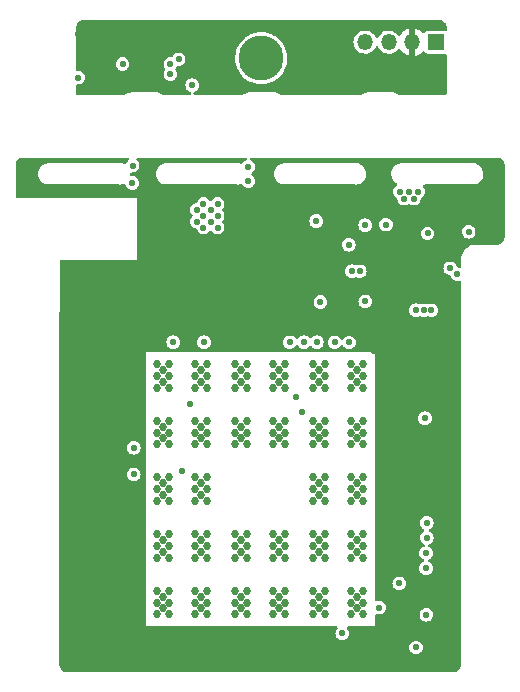
<source format=gbr>
%TF.GenerationSoftware,KiCad,Pcbnew,(6.0.2-0)*%
%TF.CreationDate,2022-10-29T16:02:38+01:00*%
%TF.ProjectId,p3-cellular-module,70332d63-656c-46c7-956c-61722d6d6f64,rev?*%
%TF.SameCoordinates,Original*%
%TF.FileFunction,Copper,L3,Inr*%
%TF.FilePolarity,Positive*%
%FSLAX46Y46*%
G04 Gerber Fmt 4.6, Leading zero omitted, Abs format (unit mm)*
G04 Created by KiCad (PCBNEW (6.0.2-0)) date 2022-10-29 16:02:38*
%MOMM*%
%LPD*%
G01*
G04 APERTURE LIST*
%TA.AperFunction,ComponentPad*%
%ADD10C,3.800000*%
%TD*%
%TA.AperFunction,ComponentPad*%
%ADD11R,1.350000X1.350000*%
%TD*%
%TA.AperFunction,ComponentPad*%
%ADD12O,1.350000X1.350000*%
%TD*%
%TA.AperFunction,ViaPad*%
%ADD13C,0.550000*%
%TD*%
%TA.AperFunction,ViaPad*%
%ADD14C,0.686000*%
%TD*%
G04 APERTURE END LIST*
D10*
%TO.N,N/C*%
%TO.C,REF\u002A\u002A*%
X145100000Y-92800000D03*
%TD*%
D11*
%TO.N,VBUS*%
%TO.C,J4*%
X159882000Y-91450000D03*
D12*
%TO.N,GND*%
X157882000Y-91450000D03*
%TO.N,/USB Connector/USB_DN_RAW*%
X155882000Y-91450000D03*
%TO.N,/USB Connector/USB_DP_RAW*%
X153882000Y-91450000D03*
%TD*%
D13*
%TO.N,VBUS*%
X156800000Y-104100000D03*
X158400000Y-104100000D03*
X157200000Y-104700000D03*
X138100000Y-92900000D03*
X161101500Y-110600000D03*
X158000000Y-104700000D03*
X137400000Y-94150000D03*
X152525008Y-116875008D03*
X157600000Y-104100000D03*
%TO.N,GND*%
X152700000Y-104850000D03*
D14*
X149500000Y-120700000D03*
X147100000Y-118700000D03*
D13*
X131100000Y-124400000D03*
X131150000Y-121400000D03*
D14*
X137300000Y-128300000D03*
X152700000Y-128300000D03*
D13*
X142300000Y-91200000D03*
X147700000Y-104850000D03*
D14*
X147100000Y-120700000D03*
X150500000Y-124500000D03*
X153700000Y-138900000D03*
X142900000Y-123500000D03*
D13*
X133050000Y-110650000D03*
D14*
X147100000Y-125500000D03*
X147100000Y-138900000D03*
X153200000Y-133600000D03*
D13*
X143600000Y-141600000D03*
X158000000Y-116900000D03*
D14*
X136300000Y-118700000D03*
D13*
X159100000Y-129800000D03*
D14*
X150500000Y-137900000D03*
X153700000Y-120700000D03*
D13*
X133700000Y-141600000D03*
X142300000Y-92000000D03*
X161600000Y-105100000D03*
D14*
X150000000Y-133600000D03*
X152700000Y-134100000D03*
D13*
X158500000Y-112500000D03*
D14*
X150000000Y-120200000D03*
X142900000Y-125500000D03*
X152700000Y-120700000D03*
X149500000Y-119700000D03*
X149500000Y-135100000D03*
X146600000Y-133600000D03*
X150500000Y-138900000D03*
X147100000Y-139900000D03*
X150500000Y-118700000D03*
X153700000Y-125500000D03*
D13*
X134800000Y-121800000D03*
X150200000Y-104300000D03*
D14*
X152700000Y-139900000D03*
X146100000Y-135100000D03*
D13*
X131150000Y-120650000D03*
X136550000Y-95100000D03*
X157000000Y-111475000D03*
X128600000Y-115700000D03*
D14*
X140000000Y-125000000D03*
X139500000Y-120700000D03*
X150500000Y-128300000D03*
D13*
X149200000Y-104300000D03*
D14*
X149500000Y-139900000D03*
X136800000Y-124000000D03*
D13*
X132800000Y-141700000D03*
X142350000Y-111900000D03*
X159100000Y-129050000D03*
D14*
X140500000Y-118700000D03*
D13*
X136050000Y-103400000D03*
D14*
X140000000Y-120200000D03*
D13*
X133700000Y-123500000D03*
X156225000Y-112500000D03*
D14*
X153700000Y-129300000D03*
D13*
X141850000Y-110000000D03*
D14*
X150000000Y-119200000D03*
D13*
X131700000Y-141000000D03*
D14*
X146600000Y-124000000D03*
X143400000Y-139400000D03*
X143400000Y-134600000D03*
X143900000Y-125500000D03*
X149500000Y-137900000D03*
D13*
X130000000Y-144300000D03*
D14*
X146600000Y-120200000D03*
X153700000Y-137900000D03*
D13*
X149700000Y-104850000D03*
X131150000Y-122150000D03*
X148150000Y-141600000D03*
X157350000Y-111975000D03*
X129300000Y-144300000D03*
D14*
X152700000Y-135100000D03*
D13*
X153700000Y-104850000D03*
D14*
X150000000Y-125000000D03*
D13*
X136458814Y-106541186D03*
D14*
X143900000Y-138900000D03*
X150500000Y-123500000D03*
X152700000Y-119700000D03*
X147100000Y-124500000D03*
D13*
X154575000Y-116900000D03*
D14*
X140000000Y-139400000D03*
X150500000Y-133100000D03*
X150500000Y-129300000D03*
X153200000Y-128800000D03*
X137300000Y-120700000D03*
X136300000Y-137900000D03*
D13*
X159100000Y-128300000D03*
X131800000Y-124400000D03*
X154200000Y-104300000D03*
X134800000Y-121050000D03*
X131800000Y-130950000D03*
X162350000Y-105100000D03*
D14*
X137300000Y-137900000D03*
X142900000Y-138900000D03*
D13*
X131900000Y-119150000D03*
D14*
X150500000Y-135100000D03*
X137300000Y-134100000D03*
X142900000Y-135100000D03*
D13*
X154600000Y-117600000D03*
X131100000Y-132900000D03*
X150700000Y-104850000D03*
D14*
X153200000Y-119200000D03*
X136800000Y-134600000D03*
D13*
X134100000Y-110650000D03*
D14*
X136800000Y-119200000D03*
D13*
X134250000Y-122900000D03*
X141150000Y-113000000D03*
D14*
X136300000Y-135100000D03*
D13*
X131100000Y-125900000D03*
D14*
X139500000Y-119700000D03*
D13*
X150050000Y-110950000D03*
X128600000Y-115000000D03*
D14*
X146100000Y-123500000D03*
X136800000Y-133600000D03*
X139500000Y-135100000D03*
X142900000Y-119700000D03*
D13*
X131900000Y-119900000D03*
X151700000Y-104850000D03*
X137400000Y-95100000D03*
X153850000Y-141600000D03*
D14*
X146100000Y-139900000D03*
X136800000Y-129800000D03*
X153700000Y-134100000D03*
X147100000Y-135100000D03*
X143400000Y-138400000D03*
D13*
X142350000Y-111150000D03*
D14*
X142900000Y-124500000D03*
D13*
X134100000Y-121400000D03*
D14*
X150500000Y-130300000D03*
D13*
X145800000Y-141600000D03*
D14*
X140500000Y-130300000D03*
D13*
X139750000Y-141600000D03*
D14*
X140500000Y-120700000D03*
D13*
X147200000Y-105650000D03*
X131100000Y-135200000D03*
D14*
X142900000Y-118700000D03*
D13*
X133550000Y-110300000D03*
X133150000Y-124050000D03*
X147800000Y-106050000D03*
D14*
X136300000Y-138900000D03*
D13*
X149600000Y-141600000D03*
D14*
X153700000Y-119700000D03*
X136300000Y-123500000D03*
X152700000Y-138900000D03*
D13*
X131100000Y-131400000D03*
X157750000Y-111475000D03*
D14*
X146100000Y-133100000D03*
X150500000Y-134100000D03*
D13*
X131150000Y-117650000D03*
X128600000Y-144300000D03*
X147200000Y-107150000D03*
D14*
X152700000Y-123500000D03*
D13*
X146700000Y-104850000D03*
D14*
X143900000Y-119700000D03*
X150500000Y-119700000D03*
D13*
X159100000Y-131350000D03*
X153200000Y-104300000D03*
D14*
X149500000Y-130300000D03*
X152700000Y-118700000D03*
X150000000Y-124000000D03*
X139500000Y-125500000D03*
X149500000Y-128300000D03*
X142900000Y-137900000D03*
D13*
X131100000Y-136750000D03*
X157725000Y-112500000D03*
X131100000Y-137500000D03*
D14*
X142900000Y-133100000D03*
D13*
X134100000Y-118400000D03*
X131100000Y-129800000D03*
X153150000Y-141600000D03*
X156600000Y-111975000D03*
D14*
X153200000Y-138400000D03*
D13*
X129600000Y-90750000D03*
D14*
X137300000Y-118700000D03*
X153700000Y-128300000D03*
D13*
X134100000Y-112150000D03*
D14*
X147100000Y-134100000D03*
X137300000Y-135100000D03*
X143400000Y-119200000D03*
X140500000Y-139900000D03*
D13*
X131050000Y-114550000D03*
D14*
X153700000Y-118700000D03*
D13*
X132450000Y-123850000D03*
X131100000Y-130550000D03*
D14*
X153700000Y-135100000D03*
D13*
X148900000Y-141600000D03*
X159100000Y-130600000D03*
D14*
X153200000Y-125000000D03*
D13*
X131100000Y-139850000D03*
X133550000Y-117050000D03*
X134100000Y-119150000D03*
X130700000Y-144300000D03*
X138300000Y-141600000D03*
D14*
X146100000Y-137900000D03*
X140000000Y-133600000D03*
D13*
X138200000Y-95100000D03*
D14*
X142900000Y-120700000D03*
D13*
X159350000Y-144275000D03*
D14*
X136300000Y-119700000D03*
X149500000Y-118700000D03*
D13*
X131100000Y-128200000D03*
D14*
X146100000Y-119700000D03*
X150500000Y-125500000D03*
X140500000Y-138900000D03*
X147100000Y-133100000D03*
D13*
X135200000Y-141600000D03*
X141850000Y-112250000D03*
D14*
X140500000Y-125500000D03*
D13*
X133550000Y-112550000D03*
D14*
X137300000Y-133100000D03*
D13*
X147400000Y-113375000D03*
X133050000Y-112150000D03*
X134100000Y-119900000D03*
D14*
X139500000Y-138900000D03*
X143900000Y-137900000D03*
X137300000Y-125500000D03*
X146100000Y-138900000D03*
D13*
X147250000Y-110500000D03*
X154900000Y-104000000D03*
D14*
X150000000Y-129800000D03*
X140000000Y-129800000D03*
D13*
X146850000Y-111000000D03*
D14*
X140000000Y-128800000D03*
X150000000Y-139400000D03*
D13*
X154900000Y-103000000D03*
D14*
X136800000Y-120200000D03*
X146600000Y-139400000D03*
X140500000Y-123500000D03*
D13*
X131100000Y-139050000D03*
X131100000Y-140600000D03*
D14*
X147100000Y-137900000D03*
D13*
X134100000Y-122150000D03*
D14*
X143900000Y-120700000D03*
X143400000Y-125000000D03*
D13*
X133550000Y-111050000D03*
D14*
X137300000Y-130300000D03*
X139500000Y-128300000D03*
X137300000Y-139900000D03*
X136300000Y-133100000D03*
D13*
X131800000Y-125150000D03*
X145050000Y-141600000D03*
D14*
X149500000Y-129300000D03*
D13*
X147200000Y-104300000D03*
D14*
X136300000Y-139900000D03*
X143900000Y-135100000D03*
D13*
X133050000Y-111400000D03*
D14*
X153200000Y-120200000D03*
X136300000Y-124500000D03*
X153700000Y-124500000D03*
X139500000Y-124500000D03*
D13*
X134100000Y-120650000D03*
D14*
X137300000Y-124500000D03*
X142900000Y-139900000D03*
X143900000Y-139900000D03*
D13*
X158650000Y-144275000D03*
D14*
X146600000Y-119200000D03*
D13*
X156975000Y-112500000D03*
D14*
X152700000Y-133100000D03*
X136300000Y-125500000D03*
D13*
X159350000Y-105100000D03*
X131100000Y-138300000D03*
D14*
X136300000Y-128300000D03*
X149500000Y-123500000D03*
D13*
X161450000Y-144275000D03*
X128600000Y-143600000D03*
X132050000Y-141700000D03*
X131100000Y-133700000D03*
D14*
X136300000Y-130300000D03*
X149500000Y-134100000D03*
D13*
X154550000Y-141600000D03*
X147800000Y-106800000D03*
X133550000Y-111800000D03*
X134800000Y-119550000D03*
D14*
X150000000Y-138400000D03*
D13*
X133550000Y-122750000D03*
D14*
X139500000Y-139900000D03*
D13*
X131400000Y-144300000D03*
D14*
X150500000Y-120700000D03*
D13*
X160850000Y-105100000D03*
D14*
X142900000Y-134100000D03*
D13*
X136750000Y-141600000D03*
D14*
X152700000Y-129300000D03*
X153200000Y-129800000D03*
D13*
X134450000Y-141600000D03*
D14*
X153700000Y-123500000D03*
D13*
X132450000Y-141000000D03*
D14*
X146100000Y-118700000D03*
D13*
X141300000Y-141600000D03*
D14*
X139500000Y-133100000D03*
D13*
X154000000Y-117250000D03*
X160050000Y-144275000D03*
D14*
X150500000Y-139900000D03*
X137300000Y-129300000D03*
X140000000Y-138400000D03*
X146600000Y-138400000D03*
D13*
X146600000Y-141600000D03*
X160100000Y-105100000D03*
X139000000Y-141600000D03*
D14*
X149500000Y-133100000D03*
D13*
X129300000Y-115700000D03*
D14*
X137300000Y-123500000D03*
D13*
X147350000Y-141600000D03*
D14*
X143900000Y-124500000D03*
D13*
X136000000Y-141600000D03*
X131150000Y-113500000D03*
X161450000Y-142875000D03*
D14*
X146100000Y-134100000D03*
X153200000Y-124000000D03*
D13*
X131100000Y-126700000D03*
X131900000Y-121400000D03*
X144300000Y-141600000D03*
X137150000Y-106550000D03*
X137400000Y-92400000D03*
X131100000Y-125150000D03*
D14*
X140000000Y-124000000D03*
D13*
X128600000Y-142900000D03*
D14*
X143400000Y-133600000D03*
D13*
X132600000Y-124600000D03*
D14*
X143400000Y-120200000D03*
D13*
X154350000Y-102500000D03*
X141800000Y-113000000D03*
X131100000Y-129000000D03*
D14*
X152700000Y-124500000D03*
D13*
X142850000Y-141600000D03*
D14*
X146600000Y-134600000D03*
D13*
X147650000Y-111000000D03*
D14*
X136800000Y-125000000D03*
X146100000Y-120700000D03*
D13*
X131100000Y-132150000D03*
X148200000Y-104300000D03*
D14*
X140500000Y-124500000D03*
X140500000Y-129300000D03*
X149500000Y-124500000D03*
X139500000Y-130300000D03*
X146100000Y-125500000D03*
D13*
X133000000Y-123300000D03*
X136800000Y-105950000D03*
X140500000Y-141600000D03*
X146350000Y-111950000D03*
X151200000Y-104300000D03*
D14*
X147100000Y-119700000D03*
D13*
X130000000Y-113550000D03*
D14*
X140000000Y-119200000D03*
X143900000Y-123500000D03*
D13*
X131150000Y-118400000D03*
D14*
X140500000Y-135100000D03*
D13*
X161450000Y-143575000D03*
D14*
X153700000Y-139900000D03*
X140500000Y-134100000D03*
X140000000Y-134600000D03*
X153200000Y-139400000D03*
D13*
X142350000Y-109650000D03*
X134100000Y-117650000D03*
D14*
X149500000Y-138900000D03*
X136800000Y-138400000D03*
D13*
X131100000Y-136000000D03*
D14*
X136800000Y-128800000D03*
D13*
X131100000Y-134450000D03*
X142350000Y-112650000D03*
D14*
X139500000Y-123500000D03*
D13*
X141850000Y-109250000D03*
X142300000Y-92800000D03*
D14*
X143900000Y-133100000D03*
X139500000Y-137900000D03*
D13*
X155250000Y-141600000D03*
X163100000Y-105100000D03*
D14*
X140500000Y-128300000D03*
D13*
X131100000Y-127450000D03*
D14*
X152700000Y-137900000D03*
D13*
X146200000Y-104300000D03*
D14*
X136300000Y-134100000D03*
D13*
X142350000Y-108900000D03*
D14*
X136800000Y-139400000D03*
D13*
X134800000Y-118800000D03*
D14*
X139500000Y-118700000D03*
D13*
X158700000Y-116875000D03*
D14*
X143400000Y-124000000D03*
D13*
X131900000Y-120650000D03*
D14*
X153700000Y-133100000D03*
D13*
X134100000Y-111400000D03*
D14*
X140500000Y-133100000D03*
X152700000Y-130300000D03*
X147100000Y-123500000D03*
X137300000Y-138900000D03*
X146100000Y-124500000D03*
D13*
X137550000Y-141600000D03*
X154900000Y-102000000D03*
X130550000Y-114050000D03*
D14*
X152700000Y-125500000D03*
D13*
X134800000Y-120300000D03*
D14*
X139500000Y-134100000D03*
X137300000Y-119700000D03*
D13*
X131800000Y-129450000D03*
X142350000Y-110400000D03*
X136050000Y-101850000D03*
X131150000Y-119900000D03*
X158100000Y-111975000D03*
D14*
X153200000Y-134600000D03*
D13*
X160750000Y-144275000D03*
D14*
X149500000Y-125500000D03*
X150000000Y-134600000D03*
X136300000Y-120700000D03*
X146600000Y-125000000D03*
D13*
X150050000Y-111675000D03*
X131900000Y-118400000D03*
X147200000Y-106400000D03*
D14*
X136300000Y-129300000D03*
X139500000Y-129300000D03*
X140500000Y-119700000D03*
X153700000Y-130300000D03*
D13*
X141850000Y-111500000D03*
X158350000Y-116300000D03*
X131150000Y-119150000D03*
X142050000Y-141600000D03*
X133200000Y-141000000D03*
X141850000Y-110750000D03*
X150350000Y-141600000D03*
D14*
X150000000Y-128800000D03*
D13*
X154350000Y-103500000D03*
D14*
X143900000Y-134100000D03*
D13*
X152200000Y-104300000D03*
X131800000Y-130200000D03*
D14*
X140500000Y-137900000D03*
X143900000Y-118700000D03*
D13*
%TO.N,+3V8*%
X140200000Y-106150000D03*
X139650000Y-105650000D03*
X139650000Y-106650000D03*
X140850000Y-106650000D03*
X140200000Y-107150000D03*
X140850000Y-105650000D03*
X141400000Y-106150000D03*
X140200000Y-105150000D03*
X137644980Y-116850000D03*
X141400000Y-105150000D03*
X149750000Y-106600000D03*
X141400000Y-107150000D03*
X162650000Y-107500000D03*
%TO.N,Net-(R2-Pad2)*%
X159175000Y-107650000D03*
X153900000Y-106950000D03*
%TO.N,/Cellular Modem/USIM_VDD*%
X159500000Y-114150000D03*
X159050000Y-134700000D03*
X153430498Y-110850000D03*
X158200000Y-114150000D03*
X158850000Y-114150000D03*
X152775500Y-110850000D03*
X159050000Y-136000000D03*
%TO.N,Net-(C15-Pad1)*%
X155650000Y-106901500D03*
X152500000Y-108600000D03*
%TO.N,Net-(C18-Pad1)*%
X153900000Y-113400000D03*
X150100000Y-113450000D03*
%TO.N,/Cellular Modem/STAT_OD*%
X161703000Y-111100000D03*
X140250000Y-116850000D03*
%TO.N,/Cellular Modem/NET_STAT_DRV*%
X133350000Y-93300000D03*
X139100000Y-122100000D03*
X134200000Y-101900000D03*
X158950000Y-123300000D03*
%TO.N,Net-(D1-Pad1)*%
X137400000Y-93300000D03*
%TO.N,/Cellular Modem/USIM_RST*%
X159075000Y-139925000D03*
%TO.N,/Cellular Modem/USIM_CLK*%
X155075000Y-139325000D03*
%TO.N,/Cellular Modem/USIM_DATA*%
X156775000Y-137275000D03*
%TO.N,/Cellular Modem/USB_DP*%
X149799675Y-116850325D03*
X143998500Y-103200000D03*
%TO.N,/Cellular Modem/USB_DN*%
X139250000Y-95100000D03*
X151298500Y-116850000D03*
X144000000Y-102000000D03*
%TO.N,Net-(TP9-Pad1)*%
X159100000Y-132150000D03*
%TO.N,Net-(TP10-Pad1)*%
X159100000Y-133400000D03*
%TO.N,/Cellular Modem/PWRKEY*%
X151950000Y-141500000D03*
X134175000Y-103375000D03*
X129600000Y-94450000D03*
X138400000Y-127750000D03*
%TO.N,Net-(TP7-Pad1)*%
X147500000Y-116850000D03*
X134300000Y-125800000D03*
X148000000Y-121475000D03*
%TO.N,Net-(TP8-Pad1)*%
X148700000Y-116850000D03*
X134300000Y-128050000D03*
X148525000Y-122725000D03*
%TO.N,Net-(TP1-Pad1)*%
X158200000Y-142700000D03*
%TD*%
%TA.AperFunction,Conductor*%
%TO.N,GND*%
G36*
X133831253Y-101245002D02*
G01*
X133877746Y-101298658D01*
X133887850Y-101368932D01*
X133858356Y-101433512D01*
X133839836Y-101450962D01*
X133789549Y-101489549D01*
X133697302Y-101609767D01*
X133661051Y-101697285D01*
X133648849Y-101726742D01*
X133604300Y-101782023D01*
X133536937Y-101804444D01*
X133470953Y-101788503D01*
X133466009Y-101785739D01*
X133448270Y-101775821D01*
X133442782Y-101773965D01*
X133442779Y-101773964D01*
X133290948Y-101722625D01*
X133290945Y-101722624D01*
X133285461Y-101720770D01*
X133196413Y-101708010D01*
X133173169Y-101704679D01*
X133166000Y-101703297D01*
X133159280Y-101700615D01*
X133153007Y-101700000D01*
X133149502Y-101700000D01*
X133148585Y-101699935D01*
X133146855Y-101699850D01*
X133146857Y-101699811D01*
X133131617Y-101698724D01*
X133129178Y-101698374D01*
X133129169Y-101698374D01*
X133122794Y-101697460D01*
X133115366Y-101695760D01*
X133094405Y-101698374D01*
X133089128Y-101699032D01*
X133073536Y-101700000D01*
X127137271Y-101700000D01*
X127115392Y-101698086D01*
X127110850Y-101697285D01*
X127110849Y-101697285D01*
X127100000Y-101695372D01*
X127096492Y-101695990D01*
X127083990Y-101697221D01*
X127083989Y-101697221D01*
X126991299Y-101706351D01*
X126923569Y-101713022D01*
X126917639Y-101714821D01*
X126917638Y-101714821D01*
X126878340Y-101726742D01*
X126753918Y-101764485D01*
X126748463Y-101767401D01*
X126748460Y-101767402D01*
X126645381Y-101822499D01*
X126597567Y-101848056D01*
X126460524Y-101960524D01*
X126456597Y-101965309D01*
X126351987Y-102092777D01*
X126348056Y-102097567D01*
X126345136Y-102103030D01*
X126295023Y-102196786D01*
X126264485Y-102253918D01*
X126262688Y-102259842D01*
X126218395Y-102405858D01*
X126213022Y-102423569D01*
X126195990Y-102596492D01*
X126195372Y-102600000D01*
X126196722Y-102607654D01*
X126195760Y-102615366D01*
X126197460Y-102622794D01*
X126220770Y-102785461D01*
X126222624Y-102790945D01*
X126222625Y-102790948D01*
X126258759Y-102897810D01*
X126275821Y-102948270D01*
X126278650Y-102953330D01*
X126348472Y-103078214D01*
X126359691Y-103098281D01*
X126469557Y-103230443D01*
X126601719Y-103340309D01*
X126606773Y-103343135D01*
X126606775Y-103343136D01*
X126663768Y-103375000D01*
X126751730Y-103424179D01*
X126757218Y-103426035D01*
X126757221Y-103426036D01*
X126909052Y-103477375D01*
X126909055Y-103477376D01*
X126914539Y-103479230D01*
X126991325Y-103490233D01*
X127026831Y-103495321D01*
X127034000Y-103496703D01*
X127040720Y-103499385D01*
X127046993Y-103500000D01*
X127050498Y-103500000D01*
X127051415Y-103500065D01*
X127053145Y-103500150D01*
X127053143Y-103500189D01*
X127068383Y-103501276D01*
X127070822Y-103501626D01*
X127070831Y-103501626D01*
X127077206Y-103502540D01*
X127084634Y-103504240D01*
X127110871Y-103500968D01*
X127126464Y-103500000D01*
X133062729Y-103500000D01*
X133084608Y-103501914D01*
X133089150Y-103502715D01*
X133089151Y-103502715D01*
X133100000Y-103504628D01*
X133103508Y-103504010D01*
X133116010Y-103502779D01*
X133116011Y-103502779D01*
X133208701Y-103493649D01*
X133276431Y-103486978D01*
X133288939Y-103483184D01*
X133384090Y-103454320D01*
X133446082Y-103435515D01*
X133446110Y-103435500D01*
X133514571Y-103428143D01*
X133578056Y-103459925D01*
X133613467Y-103518809D01*
X133614313Y-103525236D01*
X133672302Y-103665233D01*
X133764549Y-103785451D01*
X133884767Y-103877698D01*
X134024764Y-103935687D01*
X134175000Y-103955466D01*
X134183188Y-103954388D01*
X134317048Y-103936765D01*
X134325236Y-103935687D01*
X134465233Y-103877698D01*
X134585451Y-103785451D01*
X134677698Y-103665233D01*
X134735687Y-103525236D01*
X134740961Y-103485180D01*
X134754388Y-103383188D01*
X134755466Y-103375000D01*
X134735687Y-103224764D01*
X134677698Y-103084767D01*
X134585451Y-102964549D01*
X134465233Y-102872302D01*
X134325236Y-102814313D01*
X134175000Y-102794534D01*
X134166812Y-102795612D01*
X134166810Y-102795612D01*
X134140101Y-102799128D01*
X134069952Y-102788188D01*
X134016854Y-102741059D01*
X133997665Y-102672705D01*
X133998263Y-102661855D01*
X134004010Y-102603508D01*
X134004628Y-102600000D01*
X134003429Y-102593201D01*
X134003684Y-102589090D01*
X134004240Y-102584634D01*
X134004240Y-102584633D01*
X134004241Y-102584622D01*
X134007999Y-102585091D01*
X134019874Y-102535535D01*
X134071119Y-102486397D01*
X134145616Y-102473306D01*
X134200000Y-102480466D01*
X134208188Y-102479388D01*
X134342048Y-102461765D01*
X134350236Y-102460687D01*
X134490233Y-102402698D01*
X134610451Y-102310451D01*
X134702698Y-102190233D01*
X134760687Y-102050236D01*
X134780466Y-101900000D01*
X134762625Y-101764485D01*
X134761765Y-101757952D01*
X134760687Y-101749764D01*
X134702698Y-101609767D01*
X134610451Y-101489549D01*
X134560164Y-101450962D01*
X134518296Y-101393624D01*
X134514075Y-101322753D01*
X134548840Y-101260850D01*
X134611552Y-101227569D01*
X134636868Y-101225000D01*
X143733717Y-101225000D01*
X143801838Y-101245002D01*
X143848331Y-101298658D01*
X143858435Y-101368932D01*
X143828941Y-101433512D01*
X143781935Y-101467409D01*
X143709767Y-101497302D01*
X143589549Y-101589549D01*
X143584523Y-101596099D01*
X143497998Y-101708860D01*
X143440660Y-101750727D01*
X143369789Y-101754949D01*
X143357677Y-101751517D01*
X143272233Y-101722626D01*
X143272230Y-101722625D01*
X143266743Y-101720770D01*
X143177695Y-101708010D01*
X143154451Y-101704679D01*
X143147282Y-101703297D01*
X143140562Y-101700615D01*
X143134289Y-101700000D01*
X143130784Y-101700000D01*
X143129867Y-101699935D01*
X143128137Y-101699850D01*
X143128139Y-101699811D01*
X143112899Y-101698724D01*
X143110460Y-101698374D01*
X143110451Y-101698374D01*
X143104076Y-101697460D01*
X143096648Y-101695760D01*
X143075687Y-101698374D01*
X143070410Y-101699032D01*
X143054818Y-101700000D01*
X137118553Y-101700000D01*
X137096674Y-101698086D01*
X137092132Y-101697285D01*
X137092131Y-101697285D01*
X137081282Y-101695372D01*
X137077774Y-101695990D01*
X137065272Y-101697221D01*
X137065271Y-101697221D01*
X136972581Y-101706351D01*
X136904851Y-101713022D01*
X136898921Y-101714821D01*
X136898920Y-101714821D01*
X136859622Y-101726742D01*
X136735200Y-101764485D01*
X136729745Y-101767401D01*
X136729742Y-101767402D01*
X136626663Y-101822499D01*
X136578849Y-101848056D01*
X136441806Y-101960524D01*
X136437879Y-101965309D01*
X136333269Y-102092777D01*
X136329338Y-102097567D01*
X136326418Y-102103030D01*
X136276305Y-102196786D01*
X136245767Y-102253918D01*
X136243970Y-102259842D01*
X136199677Y-102405858D01*
X136194304Y-102423569D01*
X136177272Y-102596492D01*
X136176654Y-102600000D01*
X136178004Y-102607654D01*
X136177042Y-102615366D01*
X136178742Y-102622794D01*
X136202052Y-102785461D01*
X136203906Y-102790945D01*
X136203907Y-102790948D01*
X136240041Y-102897810D01*
X136257103Y-102948270D01*
X136259932Y-102953330D01*
X136329754Y-103078214D01*
X136340973Y-103098281D01*
X136450839Y-103230443D01*
X136583001Y-103340309D01*
X136588055Y-103343135D01*
X136588057Y-103343136D01*
X136645050Y-103375000D01*
X136733012Y-103424179D01*
X136738500Y-103426035D01*
X136738503Y-103426036D01*
X136890334Y-103477375D01*
X136890337Y-103477376D01*
X136895821Y-103479230D01*
X136972607Y-103490233D01*
X137008113Y-103495321D01*
X137015282Y-103496703D01*
X137022002Y-103499385D01*
X137028275Y-103500000D01*
X137031780Y-103500000D01*
X137032697Y-103500065D01*
X137034427Y-103500150D01*
X137034425Y-103500189D01*
X137049665Y-103501276D01*
X137052104Y-103501626D01*
X137052113Y-103501626D01*
X137058488Y-103502540D01*
X137065916Y-103504240D01*
X137092153Y-103500968D01*
X137107746Y-103500000D01*
X143044011Y-103500000D01*
X143065890Y-103501914D01*
X143070432Y-103502715D01*
X143070433Y-103502715D01*
X143081282Y-103504628D01*
X143084790Y-103504010D01*
X143097292Y-103502779D01*
X143097293Y-103502779D01*
X143189983Y-103493649D01*
X143257713Y-103486978D01*
X143365372Y-103454320D01*
X143436364Y-103453687D01*
X143496431Y-103491536D01*
X143501908Y-103498191D01*
X143541243Y-103549453D01*
X143588049Y-103610451D01*
X143708267Y-103702698D01*
X143848264Y-103760687D01*
X143998500Y-103780466D01*
X144006688Y-103779388D01*
X144140548Y-103761765D01*
X144148736Y-103760687D01*
X144288733Y-103702698D01*
X144408951Y-103610451D01*
X144501198Y-103490233D01*
X144559187Y-103350236D01*
X144578966Y-103200000D01*
X144559187Y-103049764D01*
X144501198Y-102909767D01*
X144408951Y-102789549D01*
X144292949Y-102700537D01*
X144251082Y-102643199D01*
X144248509Y-102600000D01*
X146176654Y-102600000D01*
X146178004Y-102607654D01*
X146177042Y-102615366D01*
X146178742Y-102622794D01*
X146202052Y-102785461D01*
X146203906Y-102790945D01*
X146203907Y-102790948D01*
X146240041Y-102897810D01*
X146257103Y-102948270D01*
X146259932Y-102953330D01*
X146329754Y-103078214D01*
X146340973Y-103098281D01*
X146450839Y-103230443D01*
X146583001Y-103340309D01*
X146588055Y-103343135D01*
X146588057Y-103343136D01*
X146645050Y-103375000D01*
X146733012Y-103424179D01*
X146738500Y-103426035D01*
X146738503Y-103426036D01*
X146890334Y-103477375D01*
X146890337Y-103477376D01*
X146895821Y-103479230D01*
X146972607Y-103490233D01*
X147008113Y-103495321D01*
X147015282Y-103496703D01*
X147022002Y-103499385D01*
X147028275Y-103500000D01*
X147031780Y-103500000D01*
X147032697Y-103500065D01*
X147034427Y-103500150D01*
X147034425Y-103500189D01*
X147049665Y-103501276D01*
X147052104Y-103501626D01*
X147052113Y-103501626D01*
X147058488Y-103502540D01*
X147065916Y-103504240D01*
X147092153Y-103500968D01*
X147107746Y-103500000D01*
X153044011Y-103500000D01*
X153065890Y-103501914D01*
X153070432Y-103502715D01*
X153070433Y-103502715D01*
X153081282Y-103504628D01*
X153084790Y-103504010D01*
X153097292Y-103502779D01*
X153097293Y-103502779D01*
X153189983Y-103493649D01*
X153257713Y-103486978D01*
X153270221Y-103483184D01*
X153421440Y-103437312D01*
X153427364Y-103435515D01*
X153432819Y-103432599D01*
X153432822Y-103432598D01*
X153578252Y-103354864D01*
X153583715Y-103351944D01*
X153720758Y-103239476D01*
X153833226Y-103102433D01*
X153846171Y-103078214D01*
X153913880Y-102951540D01*
X153913881Y-102951537D01*
X153916797Y-102946082D01*
X153939178Y-102872302D01*
X153966461Y-102782362D01*
X153966461Y-102782361D01*
X153968260Y-102776431D01*
X153985292Y-102603508D01*
X153985910Y-102600000D01*
X156095372Y-102600000D01*
X156096722Y-102607654D01*
X156095760Y-102615366D01*
X156097460Y-102622794D01*
X156120770Y-102785461D01*
X156122624Y-102790945D01*
X156122625Y-102790948D01*
X156158759Y-102897810D01*
X156175821Y-102948270D01*
X156178650Y-102953330D01*
X156248472Y-103078214D01*
X156259691Y-103098281D01*
X156369557Y-103230443D01*
X156501719Y-103340309D01*
X156542238Y-103362963D01*
X156591934Y-103413663D01*
X156606332Y-103483184D01*
X156580858Y-103549453D01*
X156528969Y-103589348D01*
X156509767Y-103597302D01*
X156389549Y-103689549D01*
X156297302Y-103809767D01*
X156239313Y-103949764D01*
X156219534Y-104100000D01*
X156239313Y-104250236D01*
X156297302Y-104390233D01*
X156389549Y-104510451D01*
X156509767Y-104602698D01*
X156517389Y-104605855D01*
X156517394Y-104605858D01*
X156545108Y-104617337D01*
X156600389Y-104661885D01*
X156621811Y-104717298D01*
X156639313Y-104850236D01*
X156697302Y-104990233D01*
X156789549Y-105110451D01*
X156909767Y-105202698D01*
X157049764Y-105260687D01*
X157200000Y-105280466D01*
X157208188Y-105279388D01*
X157342048Y-105261765D01*
X157350236Y-105260687D01*
X157490233Y-105202698D01*
X157523298Y-105177326D01*
X157589517Y-105151727D01*
X157659065Y-105165992D01*
X157676699Y-105177324D01*
X157709767Y-105202698D01*
X157849764Y-105260687D01*
X158000000Y-105280466D01*
X158008188Y-105279388D01*
X158142048Y-105261765D01*
X158150236Y-105260687D01*
X158290233Y-105202698D01*
X158410451Y-105110451D01*
X158502698Y-104990233D01*
X158560687Y-104850236D01*
X158578189Y-104717299D01*
X158606910Y-104652373D01*
X158654892Y-104617337D01*
X158682606Y-104605858D01*
X158682611Y-104605855D01*
X158690233Y-104602698D01*
X158810451Y-104510451D01*
X158902698Y-104390233D01*
X158960687Y-104250236D01*
X158980466Y-104100000D01*
X158960687Y-103949764D01*
X158902698Y-103809767D01*
X158880215Y-103780466D01*
X158820545Y-103702704D01*
X158794944Y-103636484D01*
X158809208Y-103566935D01*
X158858810Y-103516139D01*
X158920507Y-103500000D01*
X162962729Y-103500000D01*
X162984608Y-103501914D01*
X162989150Y-103502715D01*
X162989151Y-103502715D01*
X163000000Y-103504628D01*
X163003508Y-103504010D01*
X163016010Y-103502779D01*
X163016011Y-103502779D01*
X163108701Y-103493649D01*
X163176431Y-103486978D01*
X163188939Y-103483184D01*
X163340158Y-103437312D01*
X163346082Y-103435515D01*
X163351537Y-103432599D01*
X163351540Y-103432598D01*
X163496970Y-103354864D01*
X163502433Y-103351944D01*
X163639476Y-103239476D01*
X163751944Y-103102433D01*
X163764889Y-103078214D01*
X163832598Y-102951540D01*
X163832599Y-102951537D01*
X163835515Y-102946082D01*
X163857896Y-102872302D01*
X163885179Y-102782362D01*
X163885179Y-102782361D01*
X163886978Y-102776431D01*
X163904010Y-102603508D01*
X163904628Y-102600000D01*
X163903278Y-102592346D01*
X163904240Y-102584634D01*
X163902540Y-102577206D01*
X163879230Y-102414539D01*
X163875227Y-102402698D01*
X163826036Y-102257221D01*
X163826035Y-102257218D01*
X163824179Y-102251730D01*
X163793460Y-102196786D01*
X163743136Y-102106775D01*
X163743135Y-102106773D01*
X163740309Y-102101719D01*
X163630443Y-101969557D01*
X163498281Y-101859691D01*
X163480526Y-101849764D01*
X163353330Y-101778650D01*
X163353328Y-101778649D01*
X163348270Y-101775821D01*
X163342782Y-101773965D01*
X163342779Y-101773964D01*
X163190948Y-101722625D01*
X163190945Y-101722624D01*
X163185461Y-101720770D01*
X163096413Y-101708010D01*
X163073169Y-101704679D01*
X163066000Y-101703297D01*
X163059280Y-101700615D01*
X163053007Y-101700000D01*
X163049502Y-101700000D01*
X163048585Y-101699935D01*
X163046855Y-101699850D01*
X163046857Y-101699811D01*
X163031617Y-101698724D01*
X163029178Y-101698374D01*
X163029169Y-101698374D01*
X163022794Y-101697460D01*
X163015366Y-101695760D01*
X162994405Y-101698374D01*
X162989128Y-101699032D01*
X162973536Y-101700000D01*
X157037271Y-101700000D01*
X157015392Y-101698086D01*
X157010850Y-101697285D01*
X157010849Y-101697285D01*
X157000000Y-101695372D01*
X156996492Y-101695990D01*
X156983990Y-101697221D01*
X156983989Y-101697221D01*
X156891299Y-101706351D01*
X156823569Y-101713022D01*
X156817639Y-101714821D01*
X156817638Y-101714821D01*
X156778340Y-101726742D01*
X156653918Y-101764485D01*
X156648463Y-101767401D01*
X156648460Y-101767402D01*
X156545381Y-101822499D01*
X156497567Y-101848056D01*
X156360524Y-101960524D01*
X156356597Y-101965309D01*
X156251987Y-102092777D01*
X156248056Y-102097567D01*
X156245136Y-102103030D01*
X156195023Y-102196786D01*
X156164485Y-102253918D01*
X156162688Y-102259842D01*
X156118395Y-102405858D01*
X156113022Y-102423569D01*
X156095990Y-102596492D01*
X156095372Y-102600000D01*
X153985910Y-102600000D01*
X153984560Y-102592346D01*
X153985522Y-102584634D01*
X153983822Y-102577206D01*
X153960512Y-102414539D01*
X153956509Y-102402698D01*
X153907318Y-102257221D01*
X153907317Y-102257218D01*
X153905461Y-102251730D01*
X153874742Y-102196786D01*
X153824418Y-102106775D01*
X153824417Y-102106773D01*
X153821591Y-102101719D01*
X153711725Y-101969557D01*
X153579563Y-101859691D01*
X153561808Y-101849764D01*
X153434612Y-101778650D01*
X153434610Y-101778649D01*
X153429552Y-101775821D01*
X153424064Y-101773965D01*
X153424061Y-101773964D01*
X153272230Y-101722625D01*
X153272227Y-101722624D01*
X153266743Y-101720770D01*
X153177695Y-101708010D01*
X153154451Y-101704679D01*
X153147282Y-101703297D01*
X153140562Y-101700615D01*
X153134289Y-101700000D01*
X153130784Y-101700000D01*
X153129867Y-101699935D01*
X153128137Y-101699850D01*
X153128139Y-101699811D01*
X153112899Y-101698724D01*
X153110460Y-101698374D01*
X153110451Y-101698374D01*
X153104076Y-101697460D01*
X153096648Y-101695760D01*
X153075687Y-101698374D01*
X153070410Y-101699032D01*
X153054818Y-101700000D01*
X147118553Y-101700000D01*
X147096674Y-101698086D01*
X147092132Y-101697285D01*
X147092131Y-101697285D01*
X147081282Y-101695372D01*
X147077774Y-101695990D01*
X147065272Y-101697221D01*
X147065271Y-101697221D01*
X146972581Y-101706351D01*
X146904851Y-101713022D01*
X146898921Y-101714821D01*
X146898920Y-101714821D01*
X146859622Y-101726742D01*
X146735200Y-101764485D01*
X146729745Y-101767401D01*
X146729742Y-101767402D01*
X146626663Y-101822499D01*
X146578849Y-101848056D01*
X146441806Y-101960524D01*
X146437879Y-101965309D01*
X146333269Y-102092777D01*
X146329338Y-102097567D01*
X146326418Y-102103030D01*
X146276305Y-102196786D01*
X146245767Y-102253918D01*
X146243970Y-102259842D01*
X146199677Y-102405858D01*
X146194304Y-102423569D01*
X146177272Y-102596492D01*
X146176654Y-102600000D01*
X144248509Y-102600000D01*
X144246861Y-102572328D01*
X144281626Y-102510425D01*
X144292950Y-102500613D01*
X144344983Y-102460687D01*
X144410451Y-102410451D01*
X144502698Y-102290233D01*
X144560687Y-102150236D01*
X144580466Y-102000000D01*
X144560687Y-101849764D01*
X144502698Y-101709767D01*
X144410451Y-101589549D01*
X144290233Y-101497302D01*
X144218065Y-101467409D01*
X144162784Y-101422861D01*
X144140363Y-101355497D01*
X144157921Y-101286706D01*
X144209883Y-101238328D01*
X144266283Y-101225000D01*
X165343722Y-101225000D01*
X165411843Y-101245002D01*
X165423643Y-101253591D01*
X165485389Y-101304265D01*
X165502847Y-101321724D01*
X165570487Y-101404143D01*
X165574155Y-101408613D01*
X165587876Y-101429147D01*
X165620162Y-101489549D01*
X165640867Y-101528285D01*
X165650317Y-101551098D01*
X165682948Y-101658668D01*
X165687766Y-101682893D01*
X165696679Y-101773389D01*
X165697286Y-101785739D01*
X165697286Y-101796250D01*
X165695372Y-101807107D01*
X165697286Y-101817962D01*
X165698086Y-101822499D01*
X165700000Y-101844378D01*
X165700000Y-107866786D01*
X165697762Y-107890426D01*
X165695403Y-107902777D01*
X165697162Y-107913657D01*
X165697008Y-107924474D01*
X165696239Y-107936700D01*
X165693618Y-107960114D01*
X165686111Y-108027159D01*
X165681037Y-108051104D01*
X165647935Y-108155858D01*
X165647051Y-108158654D01*
X165637443Y-108181167D01*
X165583305Y-108280113D01*
X165569527Y-108300343D01*
X165557867Y-108314322D01*
X165497270Y-108386967D01*
X165479851Y-108404140D01*
X165392205Y-108475162D01*
X165371793Y-108488644D01*
X165311382Y-108520590D01*
X165272078Y-108541375D01*
X165249430Y-108550662D01*
X165206420Y-108563584D01*
X165141401Y-108583118D01*
X165117391Y-108587848D01*
X165058164Y-108593629D01*
X165026793Y-108596690D01*
X165014555Y-108597286D01*
X165003750Y-108597286D01*
X164992893Y-108595372D01*
X164982038Y-108597286D01*
X164977501Y-108598086D01*
X164955622Y-108600000D01*
X163337271Y-108600000D01*
X163315392Y-108598086D01*
X163310855Y-108597286D01*
X163300000Y-108595372D01*
X163293772Y-108596470D01*
X163096007Y-108612034D01*
X163091200Y-108613188D01*
X163091194Y-108613189D01*
X162967081Y-108642987D01*
X162897036Y-108659803D01*
X162892465Y-108661696D01*
X162892463Y-108661697D01*
X162712561Y-108736214D01*
X162712557Y-108736216D01*
X162707987Y-108738109D01*
X162533516Y-108845025D01*
X162377918Y-108977918D01*
X162245025Y-109133516D01*
X162138109Y-109307987D01*
X162136216Y-109312557D01*
X162136214Y-109312561D01*
X162097915Y-109405025D01*
X162059803Y-109497036D01*
X162012034Y-109696007D01*
X162011646Y-109700940D01*
X162000839Y-109838268D01*
X162000435Y-109840702D01*
X162000615Y-109840720D01*
X162000000Y-109846993D01*
X161999624Y-109846956D01*
X161999189Y-109848208D01*
X161999083Y-109848846D01*
X162000000Y-109848918D01*
X161996470Y-109893772D01*
X161995372Y-109900000D01*
X161997286Y-109910855D01*
X161998086Y-109915392D01*
X162000000Y-109937271D01*
X162000000Y-110415548D01*
X161979998Y-110483669D01*
X161926342Y-110530162D01*
X161856068Y-110540266D01*
X161855016Y-110540050D01*
X161853236Y-110539313D01*
X161794678Y-110531604D01*
X161762386Y-110527352D01*
X161697459Y-110498629D01*
X161665571Y-110448362D01*
X161662187Y-110449764D01*
X161631590Y-110375897D01*
X161604198Y-110309767D01*
X161511951Y-110189549D01*
X161391733Y-110097302D01*
X161251736Y-110039313D01*
X161101500Y-110019534D01*
X160951264Y-110039313D01*
X160811267Y-110097302D01*
X160691049Y-110189549D01*
X160598802Y-110309767D01*
X160540813Y-110449764D01*
X160521034Y-110600000D01*
X160540813Y-110750236D01*
X160598802Y-110890233D01*
X160691049Y-111010451D01*
X160811267Y-111102698D01*
X160951264Y-111160687D01*
X160959452Y-111161765D01*
X161042114Y-111172648D01*
X161107041Y-111201371D01*
X161138929Y-111251638D01*
X161142313Y-111250236D01*
X161200302Y-111390233D01*
X161292549Y-111510451D01*
X161412767Y-111602698D01*
X161552764Y-111660687D01*
X161703000Y-111680466D01*
X161711188Y-111679388D01*
X161853236Y-111660687D01*
X161853545Y-111663034D01*
X161912365Y-111664435D01*
X161971161Y-111704229D01*
X161999109Y-111769494D01*
X162000000Y-111784452D01*
X162000000Y-144062729D01*
X161998086Y-144084608D01*
X161995372Y-144100000D01*
X161997286Y-144110857D01*
X161997286Y-144121368D01*
X161996679Y-144133718D01*
X161987766Y-144224214D01*
X161982948Y-144248437D01*
X161950317Y-144356009D01*
X161940867Y-144378822D01*
X161887878Y-144477957D01*
X161874157Y-144498491D01*
X161802848Y-144585382D01*
X161785382Y-144602848D01*
X161698494Y-144674155D01*
X161677960Y-144687876D01*
X161578822Y-144740867D01*
X161556009Y-144750317D01*
X161448437Y-144782948D01*
X161424214Y-144787766D01*
X161363014Y-144793794D01*
X161333715Y-144796679D01*
X161321368Y-144797286D01*
X161310857Y-144797286D01*
X161300000Y-144795372D01*
X161289145Y-144797286D01*
X161284608Y-144798086D01*
X161262729Y-144800000D01*
X128737271Y-144800000D01*
X128715392Y-144798086D01*
X128710855Y-144797286D01*
X128700000Y-144795372D01*
X128689143Y-144797286D01*
X128678632Y-144797286D01*
X128666285Y-144796679D01*
X128636986Y-144793794D01*
X128575786Y-144787766D01*
X128551563Y-144782948D01*
X128443991Y-144750317D01*
X128421178Y-144740867D01*
X128322040Y-144687876D01*
X128301506Y-144674155D01*
X128214618Y-144602848D01*
X128197152Y-144585382D01*
X128125843Y-144498491D01*
X128112122Y-144477957D01*
X128059133Y-144378822D01*
X128049683Y-144356009D01*
X128017052Y-144248437D01*
X128012234Y-144224214D01*
X128003321Y-144133718D01*
X128002714Y-144121368D01*
X128002714Y-144110857D01*
X128004628Y-144100000D01*
X128001914Y-144084608D01*
X128000000Y-144062729D01*
X128000000Y-142700000D01*
X157619534Y-142700000D01*
X157639313Y-142850236D01*
X157697302Y-142990233D01*
X157789549Y-143110451D01*
X157909767Y-143202698D01*
X158049764Y-143260687D01*
X158200000Y-143280466D01*
X158208188Y-143279388D01*
X158342048Y-143261765D01*
X158350236Y-143260687D01*
X158490233Y-143202698D01*
X158610451Y-143110451D01*
X158702698Y-142990233D01*
X158760687Y-142850236D01*
X158780466Y-142700000D01*
X158760687Y-142549764D01*
X158702698Y-142409767D01*
X158610451Y-142289549D01*
X158490233Y-142197302D01*
X158350236Y-142139313D01*
X158200000Y-142119534D01*
X158049764Y-142139313D01*
X157909767Y-142197302D01*
X157789549Y-142289549D01*
X157697302Y-142409767D01*
X157639313Y-142549764D01*
X157619534Y-142700000D01*
X128000000Y-142700000D01*
X128000000Y-140900000D01*
X135350000Y-140900000D01*
X151429493Y-140900000D01*
X151497614Y-140920002D01*
X151544107Y-140973658D01*
X151554211Y-141043932D01*
X151529455Y-141102703D01*
X151447302Y-141209767D01*
X151389313Y-141349764D01*
X151369534Y-141500000D01*
X151389313Y-141650236D01*
X151447302Y-141790233D01*
X151539549Y-141910451D01*
X151659767Y-142002698D01*
X151799764Y-142060687D01*
X151950000Y-142080466D01*
X151958188Y-142079388D01*
X152092048Y-142061765D01*
X152100236Y-142060687D01*
X152240233Y-142002698D01*
X152360451Y-141910451D01*
X152452698Y-141790233D01*
X152510687Y-141650236D01*
X152530466Y-141500000D01*
X152510687Y-141349764D01*
X152452698Y-141209767D01*
X152370545Y-141102703D01*
X152344944Y-141036484D01*
X152359208Y-140966935D01*
X152408810Y-140916139D01*
X152470507Y-140900000D01*
X154700000Y-140900000D01*
X154700000Y-139981159D01*
X154716490Y-139925000D01*
X158494534Y-139925000D01*
X158514313Y-140075236D01*
X158572302Y-140215233D01*
X158664549Y-140335451D01*
X158784767Y-140427698D01*
X158924764Y-140485687D01*
X159075000Y-140505466D01*
X159083188Y-140504388D01*
X159217048Y-140486765D01*
X159225236Y-140485687D01*
X159365233Y-140427698D01*
X159485451Y-140335451D01*
X159577698Y-140215233D01*
X159635687Y-140075236D01*
X159655466Y-139925000D01*
X159635687Y-139774764D01*
X159577698Y-139634767D01*
X159485451Y-139514549D01*
X159365233Y-139422302D01*
X159225236Y-139364313D01*
X159075000Y-139344534D01*
X158924764Y-139364313D01*
X158784767Y-139422302D01*
X158664549Y-139514549D01*
X158572302Y-139634767D01*
X158514313Y-139774764D01*
X158494534Y-139925000D01*
X154716490Y-139925000D01*
X154720002Y-139913038D01*
X154773658Y-139866545D01*
X154843932Y-139856441D01*
X154874218Y-139864750D01*
X154924764Y-139885687D01*
X155075000Y-139905466D01*
X155083188Y-139904388D01*
X155217048Y-139886765D01*
X155225236Y-139885687D01*
X155365233Y-139827698D01*
X155485451Y-139735451D01*
X155577698Y-139615233D01*
X155635687Y-139475236D01*
X155655466Y-139325000D01*
X155635687Y-139174764D01*
X155577698Y-139034767D01*
X155485451Y-138914549D01*
X155365233Y-138822302D01*
X155225236Y-138764313D01*
X155075000Y-138744534D01*
X154924764Y-138764313D01*
X154917135Y-138767473D01*
X154874218Y-138785250D01*
X154803629Y-138792839D01*
X154740142Y-138761060D01*
X154703914Y-138700002D01*
X154700000Y-138668841D01*
X154700000Y-137275000D01*
X156194534Y-137275000D01*
X156214313Y-137425236D01*
X156272302Y-137565233D01*
X156364549Y-137685451D01*
X156484767Y-137777698D01*
X156624764Y-137835687D01*
X156775000Y-137855466D01*
X156783188Y-137854388D01*
X156917048Y-137836765D01*
X156925236Y-137835687D01*
X157065233Y-137777698D01*
X157185451Y-137685451D01*
X157277698Y-137565233D01*
X157335687Y-137425236D01*
X157355466Y-137275000D01*
X157335687Y-137124764D01*
X157277698Y-136984767D01*
X157185451Y-136864549D01*
X157065233Y-136772302D01*
X156925236Y-136714313D01*
X156775000Y-136694534D01*
X156624764Y-136714313D01*
X156484767Y-136772302D01*
X156364549Y-136864549D01*
X156272302Y-136984767D01*
X156214313Y-137124764D01*
X156194534Y-137275000D01*
X154700000Y-137275000D01*
X154700000Y-136000000D01*
X158469534Y-136000000D01*
X158489313Y-136150236D01*
X158547302Y-136290233D01*
X158639549Y-136410451D01*
X158759767Y-136502698D01*
X158899764Y-136560687D01*
X159050000Y-136580466D01*
X159058188Y-136579388D01*
X159192048Y-136561765D01*
X159200236Y-136560687D01*
X159340233Y-136502698D01*
X159460451Y-136410451D01*
X159552698Y-136290233D01*
X159610687Y-136150236D01*
X159630466Y-136000000D01*
X159610687Y-135849764D01*
X159552698Y-135709767D01*
X159460451Y-135589549D01*
X159340233Y-135497302D01*
X159265651Y-135466409D01*
X159210370Y-135421861D01*
X159187949Y-135354497D01*
X159205507Y-135285706D01*
X159257469Y-135237328D01*
X159265651Y-135233591D01*
X159340233Y-135202698D01*
X159460451Y-135110451D01*
X159552698Y-134990233D01*
X159610687Y-134850236D01*
X159630466Y-134700000D01*
X159610687Y-134549764D01*
X159552698Y-134409767D01*
X159460451Y-134289549D01*
X159340233Y-134197302D01*
X159332604Y-134194142D01*
X159332599Y-134194139D01*
X159290650Y-134176763D01*
X159235369Y-134132215D01*
X159212949Y-134064851D01*
X159230508Y-133996060D01*
X159282470Y-133947682D01*
X159290640Y-133943951D01*
X159390233Y-133902698D01*
X159510451Y-133810451D01*
X159602698Y-133690233D01*
X159660687Y-133550236D01*
X159680466Y-133400000D01*
X159660687Y-133249764D01*
X159602698Y-133109767D01*
X159510451Y-132989549D01*
X159390233Y-132897302D01*
X159376006Y-132891409D01*
X159320725Y-132846861D01*
X159298304Y-132779497D01*
X159315862Y-132710706D01*
X159367824Y-132662328D01*
X159376006Y-132658591D01*
X159390233Y-132652698D01*
X159510451Y-132560451D01*
X159602698Y-132440233D01*
X159660687Y-132300236D01*
X159680466Y-132150000D01*
X159660687Y-131999764D01*
X159602698Y-131859767D01*
X159510451Y-131739549D01*
X159390233Y-131647302D01*
X159250236Y-131589313D01*
X159100000Y-131569534D01*
X158949764Y-131589313D01*
X158809767Y-131647302D01*
X158689549Y-131739549D01*
X158597302Y-131859767D01*
X158539313Y-131999764D01*
X158519534Y-132150000D01*
X158539313Y-132300236D01*
X158597302Y-132440233D01*
X158689549Y-132560451D01*
X158809767Y-132652698D01*
X158823994Y-132658591D01*
X158879275Y-132703139D01*
X158901696Y-132770503D01*
X158884138Y-132839294D01*
X158832176Y-132887672D01*
X158823995Y-132891408D01*
X158809767Y-132897302D01*
X158689549Y-132989549D01*
X158597302Y-133109767D01*
X158539313Y-133249764D01*
X158519534Y-133400000D01*
X158539313Y-133550236D01*
X158597302Y-133690233D01*
X158689549Y-133810451D01*
X158809767Y-133902698D01*
X158817396Y-133905858D01*
X158817401Y-133905861D01*
X158859350Y-133923237D01*
X158914631Y-133967785D01*
X158937051Y-134035149D01*
X158919492Y-134103940D01*
X158867530Y-134152318D01*
X158859360Y-134156049D01*
X158759767Y-134197302D01*
X158639549Y-134289549D01*
X158547302Y-134409767D01*
X158489313Y-134549764D01*
X158469534Y-134700000D01*
X158489313Y-134850236D01*
X158547302Y-134990233D01*
X158639549Y-135110451D01*
X158759767Y-135202698D01*
X158834349Y-135233591D01*
X158889630Y-135278139D01*
X158912051Y-135345503D01*
X158894493Y-135414294D01*
X158842531Y-135462672D01*
X158834350Y-135466408D01*
X158759767Y-135497302D01*
X158639549Y-135589549D01*
X158547302Y-135709767D01*
X158489313Y-135849764D01*
X158469534Y-136000000D01*
X154700000Y-136000000D01*
X154700000Y-123300000D01*
X158369534Y-123300000D01*
X158389313Y-123450236D01*
X158447302Y-123590233D01*
X158539549Y-123710451D01*
X158659767Y-123802698D01*
X158799764Y-123860687D01*
X158950000Y-123880466D01*
X158958188Y-123879388D01*
X159092048Y-123861765D01*
X159100236Y-123860687D01*
X159240233Y-123802698D01*
X159360451Y-123710451D01*
X159452698Y-123590233D01*
X159510687Y-123450236D01*
X159530466Y-123300000D01*
X159510687Y-123149764D01*
X159452698Y-123009767D01*
X159360451Y-122889549D01*
X159240233Y-122797302D01*
X159100236Y-122739313D01*
X158950000Y-122719534D01*
X158799764Y-122739313D01*
X158659767Y-122797302D01*
X158539549Y-122889549D01*
X158447302Y-123009767D01*
X158389313Y-123149764D01*
X158369534Y-123300000D01*
X154700000Y-123300000D01*
X154700000Y-117700000D01*
X152590036Y-117700000D01*
X152521915Y-117679998D01*
X152520970Y-117678907D01*
X152479395Y-117698495D01*
X152459980Y-117700000D01*
X135350000Y-117700000D01*
X135350000Y-140900000D01*
X128000000Y-140900000D01*
X128000000Y-128050000D01*
X133719534Y-128050000D01*
X133739313Y-128200236D01*
X133797302Y-128340233D01*
X133889549Y-128460451D01*
X134009767Y-128552698D01*
X134149764Y-128610687D01*
X134300000Y-128630466D01*
X134308188Y-128629388D01*
X134442048Y-128611765D01*
X134450236Y-128610687D01*
X134590233Y-128552698D01*
X134710451Y-128460451D01*
X134802698Y-128340233D01*
X134860687Y-128200236D01*
X134880466Y-128050000D01*
X134860687Y-127899764D01*
X134802698Y-127759767D01*
X134710451Y-127639549D01*
X134590233Y-127547302D01*
X134450236Y-127489313D01*
X134300000Y-127469534D01*
X134149764Y-127489313D01*
X134009767Y-127547302D01*
X133889549Y-127639549D01*
X133797302Y-127759767D01*
X133739313Y-127899764D01*
X133719534Y-128050000D01*
X128000000Y-128050000D01*
X128000000Y-125800000D01*
X133719534Y-125800000D01*
X133739313Y-125950236D01*
X133797302Y-126090233D01*
X133889549Y-126210451D01*
X134009767Y-126302698D01*
X134149764Y-126360687D01*
X134300000Y-126380466D01*
X134308188Y-126379388D01*
X134442048Y-126361765D01*
X134450236Y-126360687D01*
X134590233Y-126302698D01*
X134710451Y-126210451D01*
X134802698Y-126090233D01*
X134860687Y-125950236D01*
X134880466Y-125800000D01*
X134860687Y-125649764D01*
X134802698Y-125509767D01*
X134710451Y-125389549D01*
X134590233Y-125297302D01*
X134450236Y-125239313D01*
X134300000Y-125219534D01*
X134149764Y-125239313D01*
X134009767Y-125297302D01*
X133889549Y-125389549D01*
X133797302Y-125509767D01*
X133739313Y-125649764D01*
X133719534Y-125800000D01*
X128000000Y-125800000D01*
X128000000Y-116850000D01*
X137064514Y-116850000D01*
X137084293Y-117000236D01*
X137142282Y-117140233D01*
X137234529Y-117260451D01*
X137354747Y-117352698D01*
X137494744Y-117410687D01*
X137644980Y-117430466D01*
X137653168Y-117429388D01*
X137787028Y-117411765D01*
X137795216Y-117410687D01*
X137935213Y-117352698D01*
X138055431Y-117260451D01*
X138147678Y-117140233D01*
X138205667Y-117000236D01*
X138225446Y-116850000D01*
X139669534Y-116850000D01*
X139689313Y-117000236D01*
X139747302Y-117140233D01*
X139839549Y-117260451D01*
X139959767Y-117352698D01*
X140099764Y-117410687D01*
X140250000Y-117430466D01*
X140258188Y-117429388D01*
X140392048Y-117411765D01*
X140400236Y-117410687D01*
X140540233Y-117352698D01*
X140660451Y-117260451D01*
X140752698Y-117140233D01*
X140810687Y-117000236D01*
X140830466Y-116850000D01*
X146919534Y-116850000D01*
X146939313Y-117000236D01*
X146997302Y-117140233D01*
X147089549Y-117260451D01*
X147209767Y-117352698D01*
X147349764Y-117410687D01*
X147500000Y-117430466D01*
X147508188Y-117429388D01*
X147642048Y-117411765D01*
X147650236Y-117410687D01*
X147790233Y-117352698D01*
X147910451Y-117260451D01*
X147949751Y-117209235D01*
X148000038Y-117143700D01*
X148057376Y-117101833D01*
X148128247Y-117097611D01*
X148190150Y-117132375D01*
X148199962Y-117143700D01*
X148250249Y-117209235D01*
X148289549Y-117260451D01*
X148409767Y-117352698D01*
X148549764Y-117410687D01*
X148700000Y-117430466D01*
X148708188Y-117429388D01*
X148842048Y-117411765D01*
X148850236Y-117410687D01*
X148990233Y-117352698D01*
X149110451Y-117260451D01*
X149149752Y-117209233D01*
X149207089Y-117167367D01*
X149277960Y-117163146D01*
X149339863Y-117197911D01*
X149349674Y-117209234D01*
X149389224Y-117260776D01*
X149509442Y-117353023D01*
X149556891Y-117372677D01*
X149641026Y-117407527D01*
X149649439Y-117411012D01*
X149799675Y-117430791D01*
X149807863Y-117429713D01*
X149941723Y-117412090D01*
X149949911Y-117411012D01*
X149958325Y-117407527D01*
X150042459Y-117372677D01*
X150089908Y-117353023D01*
X150210126Y-117260776D01*
X150302373Y-117140558D01*
X150360362Y-117000561D01*
X150380141Y-116850325D01*
X150380098Y-116850000D01*
X150718034Y-116850000D01*
X150737813Y-117000236D01*
X150795802Y-117140233D01*
X150888049Y-117260451D01*
X151008267Y-117352698D01*
X151148264Y-117410687D01*
X151298500Y-117430466D01*
X151306688Y-117429388D01*
X151440548Y-117411765D01*
X151448736Y-117410687D01*
X151588733Y-117352698D01*
X151708951Y-117260451D01*
X151801198Y-117140233D01*
X151802460Y-117141201D01*
X151847020Y-117098711D01*
X151916733Y-117085273D01*
X151982645Y-117111658D01*
X152012958Y-117151647D01*
X152015019Y-117150457D01*
X152019149Y-117157610D01*
X152022310Y-117165241D01*
X152114557Y-117285459D01*
X152234775Y-117377706D01*
X152374772Y-117435695D01*
X152382960Y-117436773D01*
X152476426Y-117449078D01*
X152526402Y-117471186D01*
X152554538Y-117453104D01*
X152573590Y-117449078D01*
X152667056Y-117436773D01*
X152675244Y-117435695D01*
X152815241Y-117377706D01*
X152935459Y-117285459D01*
X153027706Y-117165241D01*
X153085695Y-117025244D01*
X153105474Y-116875008D01*
X153085695Y-116724772D01*
X153027706Y-116584775D01*
X152935459Y-116464557D01*
X152815241Y-116372310D01*
X152675244Y-116314321D01*
X152525008Y-116294542D01*
X152374772Y-116314321D01*
X152234775Y-116372310D01*
X152114557Y-116464557D01*
X152022310Y-116584775D01*
X152021048Y-116583807D01*
X151976488Y-116626297D01*
X151906775Y-116639735D01*
X151840863Y-116613350D01*
X151810550Y-116573361D01*
X151808489Y-116574551D01*
X151804358Y-116567397D01*
X151801198Y-116559767D01*
X151708951Y-116439549D01*
X151588733Y-116347302D01*
X151461360Y-116294542D01*
X151456365Y-116292473D01*
X151448736Y-116289313D01*
X151298500Y-116269534D01*
X151148264Y-116289313D01*
X151140635Y-116292473D01*
X151135640Y-116294542D01*
X151008267Y-116347302D01*
X150888049Y-116439549D01*
X150795802Y-116559767D01*
X150737813Y-116699764D01*
X150718034Y-116850000D01*
X150380098Y-116850000D01*
X150360362Y-116700089D01*
X150302373Y-116560092D01*
X150210126Y-116439874D01*
X150089908Y-116347627D01*
X149949911Y-116289638D01*
X149799675Y-116269859D01*
X149649439Y-116289638D01*
X149509442Y-116347627D01*
X149389224Y-116439874D01*
X149349924Y-116491091D01*
X149292586Y-116532958D01*
X149221715Y-116537179D01*
X149159812Y-116502414D01*
X149150000Y-116491090D01*
X149115477Y-116446099D01*
X149110451Y-116439549D01*
X148990233Y-116347302D01*
X148862860Y-116294542D01*
X148857865Y-116292473D01*
X148850236Y-116289313D01*
X148700000Y-116269534D01*
X148549764Y-116289313D01*
X148542135Y-116292473D01*
X148537140Y-116294542D01*
X148409767Y-116347302D01*
X148289549Y-116439549D01*
X148284523Y-116446099D01*
X148199962Y-116556300D01*
X148142624Y-116598167D01*
X148071753Y-116602389D01*
X148009850Y-116567625D01*
X148000038Y-116556300D01*
X147915477Y-116446099D01*
X147910451Y-116439549D01*
X147790233Y-116347302D01*
X147662860Y-116294542D01*
X147657865Y-116292473D01*
X147650236Y-116289313D01*
X147500000Y-116269534D01*
X147349764Y-116289313D01*
X147342135Y-116292473D01*
X147337140Y-116294542D01*
X147209767Y-116347302D01*
X147089549Y-116439549D01*
X146997302Y-116559767D01*
X146939313Y-116699764D01*
X146919534Y-116850000D01*
X140830466Y-116850000D01*
X140810687Y-116699764D01*
X140752698Y-116559767D01*
X140660451Y-116439549D01*
X140540233Y-116347302D01*
X140412860Y-116294542D01*
X140407865Y-116292473D01*
X140400236Y-116289313D01*
X140250000Y-116269534D01*
X140099764Y-116289313D01*
X140092135Y-116292473D01*
X140087140Y-116294542D01*
X139959767Y-116347302D01*
X139839549Y-116439549D01*
X139747302Y-116559767D01*
X139689313Y-116699764D01*
X139669534Y-116850000D01*
X138225446Y-116850000D01*
X138205667Y-116699764D01*
X138147678Y-116559767D01*
X138055431Y-116439549D01*
X137935213Y-116347302D01*
X137807840Y-116294542D01*
X137802845Y-116292473D01*
X137795216Y-116289313D01*
X137644980Y-116269534D01*
X137494744Y-116289313D01*
X137487115Y-116292473D01*
X137482120Y-116294542D01*
X137354747Y-116347302D01*
X137234529Y-116439549D01*
X137142282Y-116559767D01*
X137084293Y-116699764D01*
X137064514Y-116850000D01*
X128000000Y-116850000D01*
X128000000Y-114318053D01*
X128019982Y-114250000D01*
X128025000Y-114250000D01*
X128025000Y-114150000D01*
X157619534Y-114150000D01*
X157639313Y-114300236D01*
X157697302Y-114440233D01*
X157789549Y-114560451D01*
X157909767Y-114652698D01*
X158049764Y-114710687D01*
X158200000Y-114730466D01*
X158208188Y-114729388D01*
X158342048Y-114711765D01*
X158350236Y-114710687D01*
X158357865Y-114707527D01*
X158476782Y-114658270D01*
X158547372Y-114650681D01*
X158573218Y-114658270D01*
X158692135Y-114707527D01*
X158699764Y-114710687D01*
X158850000Y-114730466D01*
X158858188Y-114729388D01*
X158992048Y-114711765D01*
X159000236Y-114710687D01*
X159007865Y-114707527D01*
X159126782Y-114658270D01*
X159197372Y-114650681D01*
X159223218Y-114658270D01*
X159342135Y-114707527D01*
X159349764Y-114710687D01*
X159500000Y-114730466D01*
X159508188Y-114729388D01*
X159642048Y-114711765D01*
X159650236Y-114710687D01*
X159790233Y-114652698D01*
X159910451Y-114560451D01*
X160002698Y-114440233D01*
X160060687Y-114300236D01*
X160080466Y-114150000D01*
X160060687Y-113999764D01*
X160002698Y-113859767D01*
X159910451Y-113739549D01*
X159790233Y-113647302D01*
X159650236Y-113589313D01*
X159500000Y-113569534D01*
X159349764Y-113589313D01*
X159342135Y-113592473D01*
X159223218Y-113641730D01*
X159152628Y-113649319D01*
X159126782Y-113641730D01*
X159007865Y-113592473D01*
X159000236Y-113589313D01*
X158850000Y-113569534D01*
X158699764Y-113589313D01*
X158692135Y-113592473D01*
X158573218Y-113641730D01*
X158502628Y-113649319D01*
X158476782Y-113641730D01*
X158357865Y-113592473D01*
X158350236Y-113589313D01*
X158200000Y-113569534D01*
X158049764Y-113589313D01*
X157909767Y-113647302D01*
X157789549Y-113739549D01*
X157697302Y-113859767D01*
X157639313Y-113999764D01*
X157619534Y-114150000D01*
X128025000Y-114150000D01*
X128025000Y-113450000D01*
X149519534Y-113450000D01*
X149539313Y-113600236D01*
X149597302Y-113740233D01*
X149689549Y-113860451D01*
X149809767Y-113952698D01*
X149949764Y-114010687D01*
X150100000Y-114030466D01*
X150108188Y-114029388D01*
X150242048Y-114011765D01*
X150250236Y-114010687D01*
X150390233Y-113952698D01*
X150510451Y-113860451D01*
X150602698Y-113740233D01*
X150660687Y-113600236D01*
X150680466Y-113450000D01*
X150673883Y-113400000D01*
X153319534Y-113400000D01*
X153339313Y-113550236D01*
X153397302Y-113690233D01*
X153489549Y-113810451D01*
X153609767Y-113902698D01*
X153749764Y-113960687D01*
X153900000Y-113980466D01*
X153908188Y-113979388D01*
X154042048Y-113961765D01*
X154050236Y-113960687D01*
X154190233Y-113902698D01*
X154310451Y-113810451D01*
X154402698Y-113690233D01*
X154460687Y-113550236D01*
X154480466Y-113400000D01*
X154460687Y-113249764D01*
X154402698Y-113109767D01*
X154310451Y-112989549D01*
X154190233Y-112897302D01*
X154050236Y-112839313D01*
X153900000Y-112819534D01*
X153749764Y-112839313D01*
X153609767Y-112897302D01*
X153489549Y-112989549D01*
X153397302Y-113109767D01*
X153339313Y-113249764D01*
X153319534Y-113400000D01*
X150673883Y-113400000D01*
X150660687Y-113299764D01*
X150602698Y-113159767D01*
X150510451Y-113039549D01*
X150390233Y-112947302D01*
X150250236Y-112889313D01*
X150100000Y-112869534D01*
X149949764Y-112889313D01*
X149809767Y-112947302D01*
X149689549Y-113039549D01*
X149597302Y-113159767D01*
X149539313Y-113299764D01*
X149519534Y-113450000D01*
X128025000Y-113450000D01*
X128025000Y-110850000D01*
X152195034Y-110850000D01*
X152214813Y-111000236D01*
X152272802Y-111140233D01*
X152365049Y-111260451D01*
X152485267Y-111352698D01*
X152625264Y-111410687D01*
X152775500Y-111430466D01*
X152783688Y-111429388D01*
X152917548Y-111411765D01*
X152925736Y-111410687D01*
X153054783Y-111357234D01*
X153125370Y-111349645D01*
X153151210Y-111357232D01*
X153280262Y-111410687D01*
X153430498Y-111430466D01*
X153438686Y-111429388D01*
X153572546Y-111411765D01*
X153580734Y-111410687D01*
X153720731Y-111352698D01*
X153840949Y-111260451D01*
X153933196Y-111140233D01*
X153991185Y-111000236D01*
X154010964Y-110850000D01*
X153991185Y-110699764D01*
X153933196Y-110559767D01*
X153840949Y-110439549D01*
X153720731Y-110347302D01*
X153580734Y-110289313D01*
X153430498Y-110269534D01*
X153280262Y-110289313D01*
X153151215Y-110342766D01*
X153080628Y-110350355D01*
X153054788Y-110342768D01*
X152925736Y-110289313D01*
X152775500Y-110269534D01*
X152625264Y-110289313D01*
X152485267Y-110347302D01*
X152365049Y-110439549D01*
X152272802Y-110559767D01*
X152214813Y-110699764D01*
X152195034Y-110850000D01*
X128025000Y-110850000D01*
X128025000Y-110001000D01*
X128045002Y-109932879D01*
X128098658Y-109886386D01*
X128151000Y-109875000D01*
X134600000Y-109875000D01*
X134600000Y-108600000D01*
X151919534Y-108600000D01*
X151939313Y-108750236D01*
X151997302Y-108890233D01*
X152089549Y-109010451D01*
X152209767Y-109102698D01*
X152349764Y-109160687D01*
X152500000Y-109180466D01*
X152508188Y-109179388D01*
X152642048Y-109161765D01*
X152650236Y-109160687D01*
X152790233Y-109102698D01*
X152910451Y-109010451D01*
X153002698Y-108890233D01*
X153060687Y-108750236D01*
X153080466Y-108600000D01*
X153060687Y-108449764D01*
X153002698Y-108309767D01*
X152910451Y-108189549D01*
X152790233Y-108097302D01*
X152650236Y-108039313D01*
X152500000Y-108019534D01*
X152349764Y-108039313D01*
X152209767Y-108097302D01*
X152089549Y-108189549D01*
X151997302Y-108309767D01*
X151939313Y-108449764D01*
X151919534Y-108600000D01*
X134600000Y-108600000D01*
X134600000Y-106650000D01*
X139069534Y-106650000D01*
X139089313Y-106800236D01*
X139147302Y-106940233D01*
X139239549Y-107060451D01*
X139359767Y-107152698D01*
X139499764Y-107210687D01*
X139523861Y-107213859D01*
X139537232Y-107215620D01*
X139602158Y-107244343D01*
X139637964Y-107300795D01*
X139639313Y-107300236D01*
X139697302Y-107440233D01*
X139789549Y-107560451D01*
X139909767Y-107652698D01*
X140049764Y-107710687D01*
X140200000Y-107730466D01*
X140208188Y-107729388D01*
X140342048Y-107711765D01*
X140350236Y-107710687D01*
X140490233Y-107652698D01*
X140610451Y-107560451D01*
X140647809Y-107511765D01*
X140700038Y-107443700D01*
X140757376Y-107401833D01*
X140828247Y-107397611D01*
X140890150Y-107432375D01*
X140899962Y-107443700D01*
X140952191Y-107511765D01*
X140989549Y-107560451D01*
X141109767Y-107652698D01*
X141249764Y-107710687D01*
X141400000Y-107730466D01*
X141408188Y-107729388D01*
X141542048Y-107711765D01*
X141550236Y-107710687D01*
X141690233Y-107652698D01*
X141693749Y-107650000D01*
X158594534Y-107650000D01*
X158614313Y-107800236D01*
X158672302Y-107940233D01*
X158764549Y-108060451D01*
X158884767Y-108152698D01*
X159024764Y-108210687D01*
X159175000Y-108230466D01*
X159183188Y-108229388D01*
X159317048Y-108211765D01*
X159325236Y-108210687D01*
X159465233Y-108152698D01*
X159585451Y-108060451D01*
X159677698Y-107940233D01*
X159735687Y-107800236D01*
X159755466Y-107650000D01*
X159735718Y-107500000D01*
X162069534Y-107500000D01*
X162089313Y-107650236D01*
X162147302Y-107790233D01*
X162239549Y-107910451D01*
X162359767Y-108002698D01*
X162499764Y-108060687D01*
X162507952Y-108061765D01*
X162574882Y-108070577D01*
X162650000Y-108080466D01*
X162658188Y-108079388D01*
X162792048Y-108061765D01*
X162800236Y-108060687D01*
X162940233Y-108002698D01*
X163060451Y-107910451D01*
X163152698Y-107790233D01*
X163210687Y-107650236D01*
X163230466Y-107500000D01*
X163210687Y-107349764D01*
X163152698Y-107209767D01*
X163060451Y-107089549D01*
X162940233Y-106997302D01*
X162800236Y-106939313D01*
X162650000Y-106919534D01*
X162499764Y-106939313D01*
X162359767Y-106997302D01*
X162239549Y-107089549D01*
X162147302Y-107209767D01*
X162089313Y-107349764D01*
X162069534Y-107500000D01*
X159735718Y-107500000D01*
X159735687Y-107499764D01*
X159677698Y-107359767D01*
X159585451Y-107239549D01*
X159465233Y-107147302D01*
X159325236Y-107089313D01*
X159288853Y-107084523D01*
X159183188Y-107070612D01*
X159175000Y-107069534D01*
X159166812Y-107070612D01*
X159061148Y-107084523D01*
X159024764Y-107089313D01*
X158884767Y-107147302D01*
X158764549Y-107239549D01*
X158672302Y-107359767D01*
X158614313Y-107499764D01*
X158594534Y-107650000D01*
X141693749Y-107650000D01*
X141810451Y-107560451D01*
X141902698Y-107440233D01*
X141960687Y-107300236D01*
X141980466Y-107150000D01*
X141960687Y-106999764D01*
X141902698Y-106859767D01*
X141810451Y-106739549D01*
X141807473Y-106737264D01*
X141774447Y-106676783D01*
X141779512Y-106605968D01*
X141783347Y-106600000D01*
X149169534Y-106600000D01*
X149189313Y-106750236D01*
X149247302Y-106890233D01*
X149339549Y-107010451D01*
X149459767Y-107102698D01*
X149599764Y-107160687D01*
X149750000Y-107180466D01*
X149758188Y-107179388D01*
X149892048Y-107161765D01*
X149900236Y-107160687D01*
X150040233Y-107102698D01*
X150160451Y-107010451D01*
X150206837Y-106950000D01*
X153319534Y-106950000D01*
X153339313Y-107100236D01*
X153397302Y-107240233D01*
X153489549Y-107360451D01*
X153609767Y-107452698D01*
X153749764Y-107510687D01*
X153900000Y-107530466D01*
X153908188Y-107529388D01*
X154042048Y-107511765D01*
X154050236Y-107510687D01*
X154190233Y-107452698D01*
X154310451Y-107360451D01*
X154402698Y-107240233D01*
X154460687Y-107100236D01*
X154480466Y-106950000D01*
X154474081Y-106901500D01*
X155069534Y-106901500D01*
X155089313Y-107051736D01*
X155147302Y-107191733D01*
X155239549Y-107311951D01*
X155359767Y-107404198D01*
X155446763Y-107440233D01*
X155484485Y-107455858D01*
X155499764Y-107462187D01*
X155650000Y-107481966D01*
X155658188Y-107480888D01*
X155792048Y-107463265D01*
X155800236Y-107462187D01*
X155815516Y-107455858D01*
X155853237Y-107440233D01*
X155940233Y-107404198D01*
X156060451Y-107311951D01*
X156152698Y-107191733D01*
X156210687Y-107051736D01*
X156230466Y-106901500D01*
X156210687Y-106751264D01*
X156152698Y-106611267D01*
X156060451Y-106491049D01*
X155940233Y-106398802D01*
X155800236Y-106340813D01*
X155650000Y-106321034D01*
X155499764Y-106340813D01*
X155359767Y-106398802D01*
X155239549Y-106491049D01*
X155147302Y-106611267D01*
X155089313Y-106751264D01*
X155069534Y-106901500D01*
X154474081Y-106901500D01*
X154460687Y-106799764D01*
X154402698Y-106659767D01*
X154310451Y-106539549D01*
X154190233Y-106447302D01*
X154070765Y-106397817D01*
X154057865Y-106392473D01*
X154050236Y-106389313D01*
X153900000Y-106369534D01*
X153749764Y-106389313D01*
X153742135Y-106392473D01*
X153729235Y-106397817D01*
X153609767Y-106447302D01*
X153489549Y-106539549D01*
X153397302Y-106659767D01*
X153339313Y-106799764D01*
X153319534Y-106950000D01*
X150206837Y-106950000D01*
X150252698Y-106890233D01*
X150310687Y-106750236D01*
X150330466Y-106600000D01*
X150310687Y-106449764D01*
X150252698Y-106309767D01*
X150160451Y-106189549D01*
X150040233Y-106097302D01*
X149900236Y-106039313D01*
X149750000Y-106019534D01*
X149599764Y-106039313D01*
X149459767Y-106097302D01*
X149339549Y-106189549D01*
X149247302Y-106309767D01*
X149189313Y-106449764D01*
X149169534Y-106600000D01*
X141783347Y-106600000D01*
X141807124Y-106563004D01*
X141810451Y-106560451D01*
X141902698Y-106440233D01*
X141960687Y-106300236D01*
X141980466Y-106150000D01*
X141960687Y-105999764D01*
X141902698Y-105859767D01*
X141810451Y-105739549D01*
X141807473Y-105737264D01*
X141774447Y-105676783D01*
X141779512Y-105605968D01*
X141807124Y-105563004D01*
X141810451Y-105560451D01*
X141902698Y-105440233D01*
X141960687Y-105300236D01*
X141980466Y-105150000D01*
X141960687Y-104999764D01*
X141902698Y-104859767D01*
X141810451Y-104739549D01*
X141690233Y-104647302D01*
X141550236Y-104589313D01*
X141400000Y-104569534D01*
X141249764Y-104589313D01*
X141109767Y-104647302D01*
X140989549Y-104739549D01*
X140984523Y-104746099D01*
X140899962Y-104856300D01*
X140842624Y-104898167D01*
X140771753Y-104902389D01*
X140709850Y-104867625D01*
X140700038Y-104856300D01*
X140615477Y-104746099D01*
X140610451Y-104739549D01*
X140490233Y-104647302D01*
X140350236Y-104589313D01*
X140200000Y-104569534D01*
X140049764Y-104589313D01*
X139909767Y-104647302D01*
X139789549Y-104739549D01*
X139697302Y-104859767D01*
X139639313Y-104999764D01*
X139638105Y-104999264D01*
X139605539Y-105052692D01*
X139537232Y-105084380D01*
X139523861Y-105086141D01*
X139499764Y-105089313D01*
X139359767Y-105147302D01*
X139239549Y-105239549D01*
X139147302Y-105359767D01*
X139089313Y-105499764D01*
X139069534Y-105650000D01*
X139089313Y-105800236D01*
X139147302Y-105940233D01*
X139239549Y-106060451D01*
X139242527Y-106062736D01*
X139275553Y-106123217D01*
X139270488Y-106194032D01*
X139242876Y-106236996D01*
X139239549Y-106239549D01*
X139147302Y-106359767D01*
X139089313Y-106499764D01*
X139069534Y-106650000D01*
X134600000Y-106650000D01*
X134600000Y-104650000D01*
X124426000Y-104650000D01*
X124357879Y-104629998D01*
X124311386Y-104576342D01*
X124300000Y-104524000D01*
X124300000Y-101847431D01*
X124302238Y-101823790D01*
X124302530Y-101822263D01*
X124302530Y-101822257D01*
X124304597Y-101811436D01*
X124302838Y-101800559D01*
X124302995Y-101789534D01*
X124304002Y-101789548D01*
X124303746Y-101777378D01*
X124313808Y-101686777D01*
X124318793Y-101663040D01*
X124352607Y-101555032D01*
X124362048Y-101532690D01*
X124415928Y-101433167D01*
X124429474Y-101413048D01*
X124465810Y-101368932D01*
X124501431Y-101325684D01*
X124518581Y-101308535D01*
X124585107Y-101253742D01*
X124650405Y-101225873D01*
X124665212Y-101225000D01*
X133763132Y-101225000D01*
X133831253Y-101245002D01*
G37*
%TD.AperFunction*%
%TD*%
%TA.AperFunction,Conductor*%
%TO.N,GND*%
G36*
X160218733Y-89550285D02*
G01*
X160225917Y-89552460D01*
X160236926Y-89551852D01*
X160244311Y-89552738D01*
X160257672Y-89555076D01*
X160315599Y-89568462D01*
X160349961Y-89576403D01*
X160375541Y-89585302D01*
X160477775Y-89633750D01*
X160500861Y-89647913D01*
X160590368Y-89717092D01*
X160609895Y-89735865D01*
X160682542Y-89822576D01*
X160697608Y-89845094D01*
X160750039Y-89945331D01*
X160759939Y-89970541D01*
X160789732Y-90079678D01*
X160794014Y-90106426D01*
X160798846Y-90201016D01*
X160798808Y-90214578D01*
X160798386Y-90222017D01*
X160795861Y-90232744D01*
X160797157Y-90243690D01*
X160797157Y-90243691D01*
X160799126Y-90260320D01*
X160800000Y-90275135D01*
X160800000Y-90361089D01*
X160779998Y-90429210D01*
X160726342Y-90475703D01*
X160656068Y-90485807D01*
X160640857Y-90482652D01*
X160635997Y-90481327D01*
X160627327Y-90477494D01*
X160601646Y-90474500D01*
X159162354Y-90474500D01*
X159158650Y-90474941D01*
X159158647Y-90474941D01*
X159152245Y-90475703D01*
X159136154Y-90477618D01*
X159127514Y-90481456D01*
X159127513Y-90481456D01*
X159044482Y-90518337D01*
X159033847Y-90523061D01*
X159025628Y-90531294D01*
X159025627Y-90531295D01*
X159007650Y-90549304D01*
X158954759Y-90602287D01*
X158950055Y-90612927D01*
X158943483Y-90622525D01*
X158939977Y-90620124D01*
X158908636Y-90657230D01*
X158840773Y-90678090D01*
X158772405Y-90658949D01*
X158753654Y-90644625D01*
X158609490Y-90511361D01*
X158600365Y-90504360D01*
X158426255Y-90394505D01*
X158416008Y-90389284D01*
X158224793Y-90312997D01*
X158213767Y-90309730D01*
X158153770Y-90297797D01*
X158140894Y-90298949D01*
X158136000Y-90314102D01*
X158136000Y-92590512D01*
X158139966Y-92604018D01*
X158153883Y-92606011D01*
X158164817Y-92603386D01*
X158359763Y-92537210D01*
X158370272Y-92532531D01*
X158549882Y-92431944D01*
X158559375Y-92425420D01*
X158717653Y-92293782D01*
X158725779Y-92285656D01*
X158741930Y-92266237D01*
X158800868Y-92226654D01*
X158871850Y-92225219D01*
X158932340Y-92262387D01*
X158942844Y-92278559D01*
X158943751Y-92277935D01*
X158950337Y-92287519D01*
X158955061Y-92298153D01*
X159034287Y-92377241D01*
X159044924Y-92381944D01*
X159044926Y-92381945D01*
X159098094Y-92405450D01*
X159136673Y-92422506D01*
X159162354Y-92425500D01*
X160601646Y-92425500D01*
X160605350Y-92425059D01*
X160605353Y-92425059D01*
X160618461Y-92423499D01*
X160618462Y-92423499D01*
X160627846Y-92422382D01*
X160636483Y-92418545D01*
X160640607Y-92417412D01*
X160711593Y-92418645D01*
X160770643Y-92458060D01*
X160799010Y-92523143D01*
X160800000Y-92538906D01*
X160800000Y-95487825D01*
X160799759Y-95491651D01*
X160797787Y-95498012D01*
X160798278Y-95508119D01*
X160798207Y-95509924D01*
X160798049Y-95511172D01*
X160798061Y-95513653D01*
X160792292Y-95660687D01*
X160791991Y-95668347D01*
X160792724Y-95673768D01*
X160803991Y-95757121D01*
X160793295Y-95827308D01*
X160746351Y-95880569D01*
X160679127Y-95900000D01*
X156818602Y-95900000D01*
X156756148Y-95883433D01*
X156638916Y-95816528D01*
X156638912Y-95816526D01*
X156634547Y-95814035D01*
X156436488Y-95739731D01*
X156429792Y-95738379D01*
X156411940Y-95734775D01*
X156269482Y-95706013D01*
X156264635Y-95704935D01*
X156260442Y-95703914D01*
X156252173Y-95700615D01*
X156245900Y-95700000D01*
X156241132Y-95700000D01*
X156239099Y-95699879D01*
X156232485Y-95698543D01*
X156229172Y-95697540D01*
X156188092Y-95699808D01*
X156181146Y-95700000D01*
X154104640Y-95700000D01*
X154097694Y-95699808D01*
X154056614Y-95697540D01*
X154051106Y-95699207D01*
X153956099Y-95717812D01*
X153851070Y-95738379D01*
X153851063Y-95738381D01*
X153846487Y-95739277D01*
X153644660Y-95810985D01*
X153640545Y-95813177D01*
X153640542Y-95813178D01*
X153505298Y-95885210D01*
X153446067Y-95900000D01*
X146819713Y-95900000D01*
X146757497Y-95883568D01*
X146757260Y-95883433D01*
X146634884Y-95813944D01*
X146436609Y-95739853D01*
X146431713Y-95738867D01*
X146431700Y-95738863D01*
X146273664Y-95707026D01*
X146268759Y-95705936D01*
X146260433Y-95703910D01*
X146252173Y-95700615D01*
X146245900Y-95700000D01*
X146241131Y-95700000D01*
X146237790Y-95699800D01*
X146234353Y-95699108D01*
X146229174Y-95697540D01*
X146218161Y-95698148D01*
X146188094Y-95699808D01*
X146181148Y-95700000D01*
X144104640Y-95700000D01*
X144097694Y-95699808D01*
X144056614Y-95697540D01*
X144050835Y-95699289D01*
X144022640Y-95704822D01*
X143851325Y-95738440D01*
X143851321Y-95738441D01*
X143846730Y-95739342D01*
X143645202Y-95811213D01*
X143507149Y-95885092D01*
X143447699Y-95900000D01*
X139455928Y-95900000D01*
X139387807Y-95879998D01*
X139341314Y-95826342D01*
X139331210Y-95756068D01*
X139360704Y-95691488D01*
X139407710Y-95657591D01*
X139540233Y-95602698D01*
X139660451Y-95510451D01*
X139752698Y-95390233D01*
X139810687Y-95250236D01*
X139830466Y-95100000D01*
X139810687Y-94949764D01*
X139752698Y-94809767D01*
X139660451Y-94689549D01*
X139540233Y-94597302D01*
X139400236Y-94539313D01*
X139250000Y-94519534D01*
X139099764Y-94539313D01*
X138959767Y-94597302D01*
X138839549Y-94689549D01*
X138747302Y-94809767D01*
X138689313Y-94949764D01*
X138669534Y-95100000D01*
X138689313Y-95250236D01*
X138747302Y-95390233D01*
X138839549Y-95510451D01*
X138959767Y-95602698D01*
X139092290Y-95657591D01*
X139147571Y-95702139D01*
X139169992Y-95769503D01*
X139152434Y-95838294D01*
X139100472Y-95886672D01*
X139044072Y-95900000D01*
X136818602Y-95900000D01*
X136756148Y-95883433D01*
X136638916Y-95816528D01*
X136638912Y-95816526D01*
X136634547Y-95814035D01*
X136436488Y-95739731D01*
X136429792Y-95738379D01*
X136411940Y-95734775D01*
X136269482Y-95706013D01*
X136264635Y-95704935D01*
X136260442Y-95703914D01*
X136252173Y-95700615D01*
X136245900Y-95700000D01*
X136241132Y-95700000D01*
X136239099Y-95699879D01*
X136232485Y-95698543D01*
X136229172Y-95697540D01*
X136188092Y-95699808D01*
X136181146Y-95700000D01*
X134104640Y-95700000D01*
X134097694Y-95699808D01*
X134056614Y-95697540D01*
X134051106Y-95699207D01*
X133956099Y-95717812D01*
X133851070Y-95738379D01*
X133851063Y-95738381D01*
X133846487Y-95739277D01*
X133644660Y-95810985D01*
X133640545Y-95813177D01*
X133640542Y-95813178D01*
X133505298Y-95885210D01*
X133446067Y-95900000D01*
X129517320Y-95900000D01*
X129449199Y-95879998D01*
X129402706Y-95826342D01*
X129392456Y-95757121D01*
X129403723Y-95673768D01*
X129404456Y-95668347D01*
X129404156Y-95660687D01*
X129398386Y-95513653D01*
X129398398Y-95511168D01*
X129398240Y-95509918D01*
X129398169Y-95508119D01*
X129398660Y-95498012D01*
X129396740Y-95491815D01*
X129396512Y-95488166D01*
X129396970Y-95147243D01*
X129417064Y-95079149D01*
X129470782Y-95032728D01*
X129539416Y-95022490D01*
X129600000Y-95030466D01*
X129608188Y-95029388D01*
X129742048Y-95011765D01*
X129750236Y-95010687D01*
X129764082Y-95004952D01*
X129808324Y-94986626D01*
X129890233Y-94952698D01*
X130010451Y-94860451D01*
X130102698Y-94740233D01*
X130160687Y-94600236D01*
X130180466Y-94450000D01*
X130160687Y-94299764D01*
X130102698Y-94159767D01*
X130095203Y-94150000D01*
X136819534Y-94150000D01*
X136839313Y-94300236D01*
X136897302Y-94440233D01*
X136989549Y-94560451D01*
X137109767Y-94652698D01*
X137249764Y-94710687D01*
X137400000Y-94730466D01*
X137408188Y-94729388D01*
X137542048Y-94711765D01*
X137550236Y-94710687D01*
X137690233Y-94652698D01*
X137810451Y-94560451D01*
X137902698Y-94440233D01*
X137960687Y-94300236D01*
X137980466Y-94150000D01*
X137960687Y-93999764D01*
X137902698Y-93859767D01*
X137858143Y-93801702D01*
X137832543Y-93735485D01*
X137846807Y-93665936D01*
X137858138Y-93648305D01*
X137902698Y-93590233D01*
X137905858Y-93582604D01*
X137905861Y-93582599D01*
X137919019Y-93550833D01*
X137963567Y-93495552D01*
X138030931Y-93473132D01*
X138051874Y-93474130D01*
X138100000Y-93480466D01*
X138108188Y-93479388D01*
X138148127Y-93474130D01*
X138250236Y-93460687D01*
X138390233Y-93402698D01*
X138510451Y-93310451D01*
X138602698Y-93190233D01*
X138660687Y-93050236D01*
X138680466Y-92900000D01*
X138667300Y-92800000D01*
X142894778Y-92800000D01*
X142895048Y-92804119D01*
X142910643Y-93042048D01*
X142913644Y-93087839D01*
X142914448Y-93091879D01*
X142914448Y-93091882D01*
X142954217Y-93291812D01*
X142969919Y-93370753D01*
X142971245Y-93374659D01*
X142971246Y-93374663D01*
X143012283Y-93495552D01*
X143062641Y-93643902D01*
X143064462Y-93647595D01*
X143064463Y-93647597D01*
X143183133Y-93888235D01*
X143190222Y-93902611D01*
X143192516Y-93906044D01*
X143286098Y-94046099D01*
X143350480Y-94142454D01*
X143353194Y-94145548D01*
X143353198Y-94145554D01*
X143488851Y-94300236D01*
X143540673Y-94359327D01*
X143543762Y-94362036D01*
X143754446Y-94546802D01*
X143754452Y-94546806D01*
X143757546Y-94549520D01*
X143760972Y-94551809D01*
X143760977Y-94551813D01*
X143836583Y-94602331D01*
X143997389Y-94709778D01*
X144001088Y-94711602D01*
X144001093Y-94711605D01*
X144215619Y-94817397D01*
X144256098Y-94837359D01*
X144259996Y-94838682D01*
X144259998Y-94838683D01*
X144525337Y-94928754D01*
X144525341Y-94928755D01*
X144529247Y-94930081D01*
X144533291Y-94930885D01*
X144533297Y-94930887D01*
X144808118Y-94985552D01*
X144808121Y-94985552D01*
X144812161Y-94986356D01*
X144816272Y-94986625D01*
X144816276Y-94986626D01*
X145095881Y-95004952D01*
X145100000Y-95005222D01*
X145104119Y-95004952D01*
X145383724Y-94986626D01*
X145383728Y-94986625D01*
X145387839Y-94986356D01*
X145391879Y-94985552D01*
X145391882Y-94985552D01*
X145666703Y-94930887D01*
X145666709Y-94930885D01*
X145670753Y-94930081D01*
X145674659Y-94928755D01*
X145674663Y-94928754D01*
X145940002Y-94838683D01*
X145940004Y-94838682D01*
X145943902Y-94837359D01*
X145984381Y-94817397D01*
X146198907Y-94711605D01*
X146198912Y-94711602D01*
X146202611Y-94709778D01*
X146363417Y-94602331D01*
X146439023Y-94551813D01*
X146439028Y-94551809D01*
X146442454Y-94549520D01*
X146445548Y-94546806D01*
X146445554Y-94546802D01*
X146656238Y-94362036D01*
X146659327Y-94359327D01*
X146711149Y-94300236D01*
X146846802Y-94145554D01*
X146846806Y-94145548D01*
X146849520Y-94142454D01*
X146913903Y-94046099D01*
X147007484Y-93906044D01*
X147009778Y-93902611D01*
X147016868Y-93888235D01*
X147135537Y-93647597D01*
X147135538Y-93647595D01*
X147137359Y-93643902D01*
X147187717Y-93495552D01*
X147228754Y-93374663D01*
X147228755Y-93374659D01*
X147230081Y-93370753D01*
X147245784Y-93291812D01*
X147285552Y-93091882D01*
X147285552Y-93091879D01*
X147286356Y-93087839D01*
X147289358Y-93042048D01*
X147304952Y-92804119D01*
X147305222Y-92800000D01*
X147301929Y-92749764D01*
X147286626Y-92516276D01*
X147286625Y-92516272D01*
X147286356Y-92512161D01*
X147281858Y-92489549D01*
X147230887Y-92233297D01*
X147230885Y-92233291D01*
X147230081Y-92229247D01*
X147207810Y-92163637D01*
X147138683Y-91959998D01*
X147138682Y-91959996D01*
X147137359Y-91956098D01*
X147135537Y-91952403D01*
X147011605Y-91701093D01*
X147011602Y-91701088D01*
X147009778Y-91697389D01*
X146958608Y-91620807D01*
X146851813Y-91460977D01*
X146851809Y-91460972D01*
X146849520Y-91457546D01*
X146846806Y-91454452D01*
X146846802Y-91454446D01*
X146830901Y-91436314D01*
X152901876Y-91436314D01*
X152917884Y-91626948D01*
X152970614Y-91810843D01*
X152973433Y-91816328D01*
X153055242Y-91975511D01*
X153055245Y-91975516D01*
X153058060Y-91980993D01*
X153176889Y-92130918D01*
X153181583Y-92134913D01*
X153292425Y-92229247D01*
X153322575Y-92254907D01*
X153327953Y-92257913D01*
X153327955Y-92257914D01*
X153356448Y-92273838D01*
X153489570Y-92348237D01*
X153671512Y-92407354D01*
X153861472Y-92430005D01*
X153867607Y-92429533D01*
X153867609Y-92429533D01*
X154046071Y-92415801D01*
X154046075Y-92415800D01*
X154052213Y-92415328D01*
X154236472Y-92363882D01*
X154407228Y-92277627D01*
X154426735Y-92262387D01*
X154553129Y-92163637D01*
X154557979Y-92159848D01*
X154579503Y-92134913D01*
X154678958Y-92019692D01*
X154678959Y-92019691D01*
X154682982Y-92015030D01*
X154699574Y-91985824D01*
X154773986Y-91854834D01*
X154825025Y-91805484D01*
X154894643Y-91791561D01*
X154960737Y-91817487D01*
X154995608Y-91859476D01*
X155055242Y-91975511D01*
X155055245Y-91975516D01*
X155058060Y-91980993D01*
X155176889Y-92130918D01*
X155181583Y-92134913D01*
X155292425Y-92229247D01*
X155322575Y-92254907D01*
X155327953Y-92257913D01*
X155327955Y-92257914D01*
X155356448Y-92273838D01*
X155489570Y-92348237D01*
X155671512Y-92407354D01*
X155861472Y-92430005D01*
X155867607Y-92429533D01*
X155867609Y-92429533D01*
X156046071Y-92415801D01*
X156046075Y-92415800D01*
X156052213Y-92415328D01*
X156236472Y-92363882D01*
X156407228Y-92277627D01*
X156426735Y-92262387D01*
X156553129Y-92163637D01*
X156557979Y-92159848D01*
X156659965Y-92041695D01*
X156719617Y-92003199D01*
X156790613Y-92003063D01*
X156850413Y-92041333D01*
X156858243Y-92051307D01*
X156975254Y-92216873D01*
X156982720Y-92225615D01*
X157130191Y-92369275D01*
X157139124Y-92376509D01*
X157310299Y-92490884D01*
X157320409Y-92496374D01*
X157509566Y-92577642D01*
X157520499Y-92581194D01*
X157610332Y-92601521D01*
X157624405Y-92600632D01*
X157628000Y-92591233D01*
X157628000Y-90311337D01*
X157624194Y-90298375D01*
X157609278Y-90296439D01*
X157580202Y-90301435D01*
X157569082Y-90304415D01*
X157375940Y-90375669D01*
X157365562Y-90380619D01*
X157188639Y-90485877D01*
X157179327Y-90492643D01*
X157024547Y-90628381D01*
X157016630Y-90636724D01*
X156889180Y-90798394D01*
X156882912Y-90808046D01*
X156867473Y-90837390D01*
X156818053Y-90888363D01*
X156748921Y-90904525D01*
X156682025Y-90880746D01*
X156658322Y-90858358D01*
X156581430Y-90764078D01*
X156581427Y-90764075D01*
X156577535Y-90759303D01*
X156511499Y-90704673D01*
X156434879Y-90641288D01*
X156430132Y-90637361D01*
X156365265Y-90602287D01*
X156267276Y-90549304D01*
X156267273Y-90549303D01*
X156261851Y-90546371D01*
X156148751Y-90511361D01*
X156084988Y-90491623D01*
X156084985Y-90491622D01*
X156079101Y-90489801D01*
X156072976Y-90489157D01*
X156072975Y-90489157D01*
X155894971Y-90470448D01*
X155894970Y-90470448D01*
X155888843Y-90469804D01*
X155771867Y-90480449D01*
X155704466Y-90486583D01*
X155704465Y-90486583D01*
X155698325Y-90487142D01*
X155514803Y-90541156D01*
X155509338Y-90544013D01*
X155350728Y-90626932D01*
X155350724Y-90626935D01*
X155345268Y-90629787D01*
X155340468Y-90633647D01*
X155340467Y-90633647D01*
X155220188Y-90730354D01*
X155196176Y-90749660D01*
X155073207Y-90896208D01*
X155070237Y-90901610D01*
X155070231Y-90901619D01*
X154991896Y-91044109D01*
X154941551Y-91094168D01*
X154872134Y-91109061D01*
X154805685Y-91084060D01*
X154770231Y-91042562D01*
X154701342Y-90913001D01*
X154701341Y-90912999D01*
X154698446Y-90907555D01*
X154609417Y-90798394D01*
X154581430Y-90764078D01*
X154581427Y-90764075D01*
X154577535Y-90759303D01*
X154511499Y-90704673D01*
X154434879Y-90641288D01*
X154430132Y-90637361D01*
X154365265Y-90602287D01*
X154267276Y-90549304D01*
X154267273Y-90549303D01*
X154261851Y-90546371D01*
X154148751Y-90511361D01*
X154084988Y-90491623D01*
X154084985Y-90491622D01*
X154079101Y-90489801D01*
X154072976Y-90489157D01*
X154072975Y-90489157D01*
X153894971Y-90470448D01*
X153894970Y-90470448D01*
X153888843Y-90469804D01*
X153771867Y-90480449D01*
X153704466Y-90486583D01*
X153704465Y-90486583D01*
X153698325Y-90487142D01*
X153514803Y-90541156D01*
X153509338Y-90544013D01*
X153350728Y-90626932D01*
X153350724Y-90626935D01*
X153345268Y-90629787D01*
X153340468Y-90633647D01*
X153340467Y-90633647D01*
X153220188Y-90730354D01*
X153196176Y-90749660D01*
X153073207Y-90896208D01*
X152981045Y-91063850D01*
X152979184Y-91069717D01*
X152979183Y-91069719D01*
X152966703Y-91109061D01*
X152923200Y-91246201D01*
X152901876Y-91436314D01*
X146830901Y-91436314D01*
X146662036Y-91243762D01*
X146659327Y-91240673D01*
X146509253Y-91109061D01*
X146445554Y-91053198D01*
X146445548Y-91053194D01*
X146442454Y-91050480D01*
X146439028Y-91048191D01*
X146439023Y-91048187D01*
X146219657Y-90901612D01*
X146202611Y-90890222D01*
X146198912Y-90888398D01*
X146198907Y-90888395D01*
X145947597Y-90764463D01*
X145947595Y-90764462D01*
X145943902Y-90762641D01*
X145934069Y-90759303D01*
X145674663Y-90671246D01*
X145674659Y-90671245D01*
X145670753Y-90669919D01*
X145666709Y-90669115D01*
X145666703Y-90669113D01*
X145391882Y-90614448D01*
X145391879Y-90614448D01*
X145387839Y-90613644D01*
X145383728Y-90613375D01*
X145383724Y-90613374D01*
X145104119Y-90595048D01*
X145100000Y-90594778D01*
X145095881Y-90595048D01*
X144816276Y-90613374D01*
X144816272Y-90613375D01*
X144812161Y-90613644D01*
X144808121Y-90614448D01*
X144808118Y-90614448D01*
X144533297Y-90669113D01*
X144533291Y-90669115D01*
X144529247Y-90669919D01*
X144525341Y-90671245D01*
X144525337Y-90671246D01*
X144265931Y-90759303D01*
X144256098Y-90762641D01*
X144252405Y-90764462D01*
X144252403Y-90764463D01*
X144001093Y-90888395D01*
X144001088Y-90888398D01*
X143997389Y-90890222D01*
X143980343Y-90901612D01*
X143760977Y-91048187D01*
X143760972Y-91048191D01*
X143757546Y-91050480D01*
X143754452Y-91053194D01*
X143754446Y-91053198D01*
X143690747Y-91109061D01*
X143540673Y-91240673D01*
X143537964Y-91243762D01*
X143353198Y-91454446D01*
X143353194Y-91454452D01*
X143350480Y-91457546D01*
X143348191Y-91460972D01*
X143348187Y-91460977D01*
X143241392Y-91620807D01*
X143190222Y-91697389D01*
X143188398Y-91701088D01*
X143188395Y-91701093D01*
X143064463Y-91952403D01*
X143062641Y-91956098D01*
X143061318Y-91959996D01*
X143061317Y-91959998D01*
X142992191Y-92163637D01*
X142969919Y-92229247D01*
X142969115Y-92233291D01*
X142969113Y-92233297D01*
X142918142Y-92489549D01*
X142913644Y-92512161D01*
X142913375Y-92516272D01*
X142913374Y-92516276D01*
X142898071Y-92749764D01*
X142894778Y-92800000D01*
X138667300Y-92800000D01*
X138666758Y-92795881D01*
X138661765Y-92757952D01*
X138660687Y-92749764D01*
X138602698Y-92609767D01*
X138510451Y-92489549D01*
X138390233Y-92397302D01*
X138250236Y-92339313D01*
X138100000Y-92319534D01*
X137949764Y-92339313D01*
X137809767Y-92397302D01*
X137689549Y-92489549D01*
X137597302Y-92609767D01*
X137594142Y-92617396D01*
X137594139Y-92617401D01*
X137580981Y-92649167D01*
X137536433Y-92704448D01*
X137469069Y-92726868D01*
X137448126Y-92725870D01*
X137408188Y-92720612D01*
X137400000Y-92719534D01*
X137249764Y-92739313D01*
X137109767Y-92797302D01*
X136989549Y-92889549D01*
X136897302Y-93009767D01*
X136839313Y-93149764D01*
X136819534Y-93300000D01*
X136820612Y-93308188D01*
X136833471Y-93405858D01*
X136839313Y-93450236D01*
X136897302Y-93590233D01*
X136941857Y-93648298D01*
X136967457Y-93714515D01*
X136953193Y-93784064D01*
X136941862Y-93801695D01*
X136897302Y-93859767D01*
X136839313Y-93999764D01*
X136819534Y-94150000D01*
X130095203Y-94150000D01*
X130010451Y-94039549D01*
X129890233Y-93947302D01*
X129750236Y-93889313D01*
X129600000Y-93869534D01*
X129591812Y-93870612D01*
X129541292Y-93877263D01*
X129471143Y-93866324D01*
X129418045Y-93819195D01*
X129398846Y-93752172D01*
X129399454Y-93300000D01*
X132769534Y-93300000D01*
X132770612Y-93308188D01*
X132783471Y-93405858D01*
X132789313Y-93450236D01*
X132847302Y-93590233D01*
X132939549Y-93710451D01*
X133059767Y-93802698D01*
X133199764Y-93860687D01*
X133350000Y-93880466D01*
X133358188Y-93879388D01*
X133492048Y-93861765D01*
X133500236Y-93860687D01*
X133640233Y-93802698D01*
X133760451Y-93710451D01*
X133852698Y-93590233D01*
X133910687Y-93450236D01*
X133916530Y-93405858D01*
X133929388Y-93308188D01*
X133930466Y-93300000D01*
X133910687Y-93149764D01*
X133852698Y-93009767D01*
X133760451Y-92889549D01*
X133640233Y-92797302D01*
X133500236Y-92739313D01*
X133350000Y-92719534D01*
X133199764Y-92739313D01*
X133059767Y-92797302D01*
X132939549Y-92889549D01*
X132847302Y-93009767D01*
X132789313Y-93149764D01*
X132769534Y-93300000D01*
X129399454Y-93300000D01*
X129403502Y-90289082D01*
X129405592Y-90266397D01*
X129406174Y-90263242D01*
X129406174Y-90263237D01*
X129408173Y-90252400D01*
X129406345Y-90241531D01*
X129406431Y-90230594D01*
X129407119Y-90218400D01*
X129408949Y-90201016D01*
X129416609Y-90128216D01*
X129421499Y-90104314D01*
X129454639Y-89996717D01*
X129464045Y-89974205D01*
X129517296Y-89875021D01*
X129530863Y-89854745D01*
X129602233Y-89767678D01*
X129619453Y-89750395D01*
X129706267Y-89678713D01*
X129726496Y-89665074D01*
X129825493Y-89611469D01*
X129847973Y-89601983D01*
X129955448Y-89568462D01*
X129979331Y-89563487D01*
X130069483Y-89553675D01*
X130081673Y-89552943D01*
X130092606Y-89552818D01*
X130103485Y-89554608D01*
X130116429Y-89552173D01*
X130139724Y-89550000D01*
X160213957Y-89550000D01*
X160218733Y-89550285D01*
G37*
%TD.AperFunction*%
%TD*%
M02*

</source>
